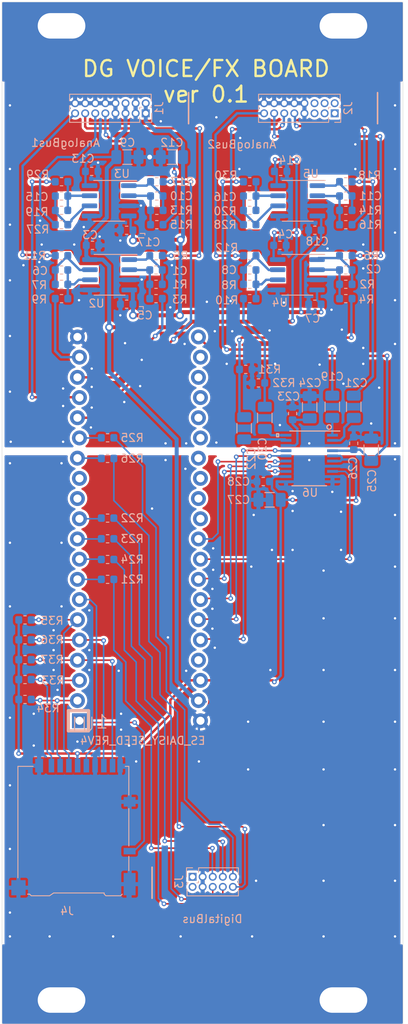
<source format=kicad_pcb>
(kicad_pcb (version 20171130) (host pcbnew "(5.1.4)-1")
  (layers (0 F.Cu signal) (31 B.Cu signal) (34 B.Paste user) (35 F.Paste user) (36 B.SilkS user) (37 F.SilkS user) (38 B.Mask user) (39 F.Mask user) (44 Edge.Cuts user))
  (net 0 "")
  (net 1 "Net-(C1-Pad2)")
  (net 2 "Net-(C1-Pad1)")
  (net 3 "Net-(C2-Pad2)")
  (net 4 "Net-(C2-Pad1)")
  (net 5 GNDA)
  (net 6 +12V)
  (net 7 -12V)
  (net 8 "Net-(C6-Pad1)")
  (net 9 "Net-(C6-Pad2)")
  (net 10 "Net-(C8-Pad2)")
  (net 11 "Net-(C8-Pad1)")
  (net 12 "Net-(C10-Pad1)")
  (net 13 "Net-(C10-Pad2)")
  (net 14 "Net-(C11-Pad2)")
  (net 15 "Net-(C11-Pad1)")
  (net 16 "Net-(C15-Pad1)")
  (net 17 "Net-(C15-Pad2)")
  (net 18 "Net-(C16-Pad2)")
  (net 19 "Net-(C16-Pad1)")
  (net 20 "Net-(C19-Pad2)")
  (net 21 /EX_AUDIO_IN_R)
  (net 22 "Net-(C20-Pad1)")
  (net 23 /EX_AUDIO_OUT_R)
  (net 24 /EX_AUDIO_IN_L)
  (net 25 "Net-(C21-Pad2)")
  (net 26 /EX_AUDIO_OUT_L)
  (net 27 "Net-(C22-Pad1)")
  (net 28 "Net-(C23-Pad1)")
  (net 29 +3.3VA)
  (net 30 GND)
  (net 31 +3V3)
  (net 32 /AnalogIn1)
  (net 33 /AnalogIn2)
  (net 34 /AnalogOut1)
  (net 35 /AnalogOut2)
  (net 36 /AnalogOut4)
  (net 37 /AnalogOut3)
  (net 38 /AnalogIn4)
  (net 39 /AnalogIn3)
  (net 40 "Net-(J2-Pad6)")
  (net 41 "Net-(J2-Pad5)")
  (net 42 "Net-(J2-Pad4)")
  (net 43 "Net-(J2-Pad3)")
  (net 44 "Net-(J2-Pad2)")
  (net 45 "Net-(J2-Pad1)")
  (net 46 "Net-(J3-Pad1)")
  (net 47 "Net-(J3-Pad2)")
  (net 48 "Net-(J3-Pad5)")
  (net 49 "Net-(J3-Pad6)")
  (net 50 "Net-(J3-Pad7)")
  (net 51 "Net-(J3-Pad8)")
  (net 52 "Net-(J3-Pad9)")
  (net 53 "Net-(J3-Pad10)")
  (net 54 /SD_D1)
  (net 55 /SD_D2)
  (net 56 /SD_D3)
  (net 57 /SD_CMD)
  (net 58 /SD_CLK)
  (net 59 /SD_D0)
  (net 60 /~SD_SW)
  (net 61 /DG_AUDIO_OUT_L)
  (net 62 /DG_AUDIO_OUT_R)
  (net 63 /DG_AUDIO_IN_L)
  (net 64 /~SPI_CS)
  (net 65 /SPI_MOSI)
  (net 66 /SPI_MISO)
  (net 67 /SPI_SCK)
  (net 68 /USART_RX)
  (net 69 /USART_TX)
  (net 70 /DG_AUDIO_IN_R)
  (net 71 "Net-(U1-Pad12)")
  (net 72 "Net-(U1-Pad13)")
  (net 73 "Net-(U1-Pad22)")
  (net 74 "Net-(U1-Pad23)")
  (net 75 "Net-(U1-Pad24)")
  (net 76 "Net-(U1-Pad25)")
  (net 77 "Net-(U1-Pad26)")
  (net 78 "Net-(U1-Pad27)")
  (net 79 "Net-(U1-Pad28)")
  (net 80 "Net-(U1-Pad29)")
  (net 81 "Net-(U1-Pad30)")
  (net 82 /SAI2_MCLK_B)
  (net 83 /SAI2_SD_B)
  (net 84 /SAI2_SD_A)
  (net 85 /SAI2_FS_B)
  (net 86 /SAI2_SCK_B)
  (net 87 /AK4556_RST)
  (net 88 "Net-(U1-Pad37)")
  (module custom:AK4556VT (layer B.Cu) (at 88.7 107.4 180)
    (fp_text reference U6 (at -0.1 -4.3 180) (layer B.SilkS) (effects (justify mirror)))
    (fp_text value AK4556VT hide)
    (pad 20 smd rect (at 2.92735 2.924998 180) (size 1.3589 0.3556) (layers B.Cu B.Paste B.Mask) (net 22 "Net-(C20-Pad1)"))
    (pad 19 smd rect (at 2.92735 2.274999 180) (size 1.3589 0.3556) (layers B.Cu B.Paste B.Mask) (net 27 "Net-(C22-Pad1)"))
    (pad 18 smd rect (at 2.92735 1.624998 180) (size 1.3589 0.3556) (layers B.Cu B.Paste B.Mask) (net 28 "Net-(C23-Pad1)"))
    (pad 17 smd rect (at 2.92735 0.974999 180) (size 1.3589 0.3556) (layers B.Cu B.Paste B.Mask) (net 87 /AK4556_RST))
    (pad 16 smd rect (at 2.92735 0.324998 180) (size 1.3589 0.3556) (layers B.Cu B.Paste B.Mask) (net 86 /SAI2_SCK_B))
    (pad 15 smd rect (at 2.92735 -0.325001 180) (size 1.3589 0.3556) (layers B.Cu B.Paste B.Mask) (net 82 /SAI2_MCLK_B))
    (pad 14 smd rect (at 2.92735 -0.975002 180) (size 1.3589 0.3556) (layers B.Cu B.Paste B.Mask) (net 85 /SAI2_FS_B))
    (pad 13 smd rect (at 2.92735 -1.625001 180) (size 1.3589 0.3556) (layers B.Cu B.Paste B.Mask) (net 84 /SAI2_SD_A))
    (pad 12 smd rect (at 2.92735 -2.275002 180) (size 1.3589 0.3556) (layers B.Cu B.Paste B.Mask) (net 31 +3V3))
    (pad 11 smd rect (at 2.92735 -2.925 180) (size 1.3589 0.3556) (layers B.Cu B.Paste B.Mask) (net 30 GND))
    (pad 10 smd rect (at -2.92735 -2.924998 180) (size 1.3589 0.3556) (layers B.Cu B.Paste B.Mask) (net 30 GND))
    (pad 9 smd rect (at -2.92735 -2.274999 180) (size 1.3589 0.3556) (layers B.Cu B.Paste B.Mask) (net 30 GND))
    (pad 8 smd rect (at -2.92735 -1.624998 180) (size 1.3589 0.3556) (layers B.Cu B.Paste B.Mask) (net 83 /SAI2_SD_B))
    (pad 7 smd rect (at -2.92735 -0.974999 180) (size 1.3589 0.3556) (layers B.Cu B.Paste B.Mask) (net 30 GND))
    (pad 6 smd rect (at -2.92735 -0.324998 180) (size 1.3589 0.3556) (layers B.Cu B.Paste B.Mask) (net 31 +3V3))
    (pad 5 smd rect (at -2.92735 0.325001 180) (size 1.3589 0.3556) (layers B.Cu B.Paste B.Mask) (net 31 +3V3))
    (pad 4 smd rect (at -2.92735 0.974999 180) (size 1.3589 0.3556) (layers B.Cu B.Paste B.Mask) (net 29 +3.3VA))
    (pad 3 smd rect (at -2.92735 1.625001 180) (size 1.3589 0.3556) (layers B.Cu B.Paste B.Mask) (net 5 GNDA))
    (pad 2 smd rect (at -2.92735 2.274999 180) (size 1.3589 0.3556) (layers B.Cu B.Paste B.Mask) (net 25 "Net-(C21-Pad2)"))
    (pad 1 smd rect (at -2.92735 2.925 180) (size 1.3589 0.3556) (layers B.Cu B.Paste B.Mask) (net 20 "Net-(C19-Pad2)"))
  )
  (module custom:RACK_HOLE_6x3.2 (layer F.Cu) (at 57.5 53)
    (fp_text reference "" hide)
    (fp_text value "" hide)
    (pad 1 thru_hole oval (at 0 0) (size 8 5.2) (drill oval 6 3.2) (layers *.Cu *.Mask) (net 5 GNDA))
  )
  (module custom:RACK_HOLE_6x3.2 (layer F.Cu) (at 93 175.5)
    (fp_text reference "" hide)
    (fp_text value "" hide)
    (pad 1 thru_hole oval (at 0 0) (size 8 5.2) (drill oval 6 3.2) (layers *.Cu *.Mask) (net 30 GND))
  )
  (module custom:RACK_HOLE_6x3.2 (layer F.Cu) (at 93 53)
    (fp_text reference "" hide)
    (fp_text value "" hide)
    (pad 1 thru_hole oval (at 0 0) (size 8 5.2) (drill oval 6 3.2) (layers *.Cu *.Mask) (net 5 GNDA))
  )
  (module custom:RACK_HOLE_6x3.2 (layer F.Cu) (at 57.5 175.5)
    (fp_text reference "" hide)
    (fp_text value "" hide)
    (pad 1 thru_hole oval (at 0 0) (size 8 5.2) (drill oval 6 3.2) (layers *.Cu *.Mask) (net 30 GND))
  )
  (module custom:microSD_HC_Hirose_DM3AT-SF-PEJM5_hand (layer B.Cu) (at 59 154 180)
    (fp_text reference J4 (at 0.8 -10.3 180) (layer B.SilkS) (effects (justify mirror)))
    (fp_text value Micro_SD_Card_Det_Hirose_DM3AT)
    (pad 11 smd rect (at 6.925 -7.375 180) (size 1.8 1.9) (layers B.Cu B.Paste B.Mask) (net 30 GND))
    (pad 11 smd rect (at -7.075 -6.925 180) (size 1.5 2.8) (layers B.Cu B.Paste B.Mask) (net 30 GND))
    (pad 10 smd rect (at -7.075 -2.775 180) (size 1.5 0.8) (layers B.Cu B.Paste B.Mask) (net 60 /~SD_SW))
    (pad 11 smd rect (at -7.075 3.425 180) (size 1.5 1.2) (layers B.Cu B.Paste B.Mask) (net 30 GND))
    (pad 11 smd rect (at 4.325 7.975 180) (size 1 1.7) (layers B.Cu B.Paste B.Mask) (net 30 GND))
    (pad 7 smd rect (at -3.825 7.975 180) (size 0.7 1.7) (layers B.Cu B.Paste B.Mask) (net 59 /SD_D0))
    (pad 6 smd rect (at -2.725 7.975 180) (size 0.7 1.7) (layers B.Cu B.Paste B.Mask) (net 30 GND))
    (pad 5 smd rect (at -1.625 7.975 180) (size 0.7 1.7) (layers B.Cu B.Paste B.Mask) (net 58 /SD_CLK))
    (pad 4 smd rect (at -0.525 7.975 180) (size 0.7 1.7) (layers B.Cu B.Paste B.Mask) (net 31 +3V3))
    (pad 3 smd rect (at 0.575 7.975 180) (size 0.7 1.7) (layers B.Cu B.Paste B.Mask) (net 57 /SD_CMD))
    (pad 2 smd rect (at 1.675 7.975 180) (size 0.7 1.7) (layers B.Cu B.Paste B.Mask) (net 56 /SD_D3))
    (pad 1 smd rect (at 2.775 7.975 180) (size 0.7 1.7) (layers B.Cu B.Paste B.Mask) (net 55 /SD_D2))
    (pad 8 smd rect (at -4.925 7.975 180) (size 0.7 1.7) (layers B.Cu B.Paste B.Mask) (net 54 /SD_D1))
    (pad 9 smd rect (at -5.875 7.975 180) (size 0.7 1.7) (layers B.Cu B.Paste B.Mask) (net 30 GND))
  )
  (module custom:10HP_MASK_BAR (layer F.Cu) (at 50 168.5)
    (fp_text reference REF** hide)
    (fp_text value 10HP_MASK_BAR hide)
  )
  (module custom:10HP_MASK_BAR (layer F.Cu) (at 50 50)
    (fp_text reference REF** hide)
    (fp_text value 10HP_MASK_BAR hide)
  )
  (module custom:ES_DAISY_SEED (layer B.Cu) (at 67.25 116.25)
    (fp_text reference U1 (at -9 25.575) (layer B.SilkS) (effects (font (size 1.6891 1.6891) (thickness 0.135128)) (justify right bottom mirror)))
    (fp_text value ES_DAISY_SEED_REV4 (at 8.45 26.05 180) (layer B.SilkS) (effects (justify left top mirror)))
    (fp_text user 1 (at -5.55 25.25) (layer B.SilkS) (effects (font (size 1.6891 1.6891) (thickness 0.14224)) (justify right bottom mirror)))
    (pad 1 thru_hole rect (at -7.493 24.13) (size 1.8796 1.8796) (drill 1.016) (layers *.Cu *.Mask) (net 60 /~SD_SW))
    (pad 2 thru_hole circle (at -7.747 21.59) (size 1.8796 1.8796) (drill 1.016) (layers *.Cu *.Mask) (net 56 /SD_D3))
    (pad 3 thru_hole circle (at -7.493 19.05) (size 1.8796 1.8796) (drill 1.016) (layers *.Cu *.Mask) (net 55 /SD_D2))
    (pad 4 thru_hole circle (at -7.747 16.51) (size 1.8796 1.8796) (drill 1.016) (layers *.Cu *.Mask) (net 54 /SD_D1))
    (pad 5 thru_hole circle (at -7.493 13.97) (size 1.8796 1.8796) (drill 1.016) (layers *.Cu *.Mask) (net 59 /SD_D0))
    (pad 6 thru_hole circle (at -7.747 11.43) (size 1.8796 1.8796) (drill 1.016) (layers *.Cu *.Mask) (net 57 /SD_CMD))
    (pad 7 thru_hole circle (at -7.493 8.89) (size 1.8796 1.8796) (drill 1.016) (layers *.Cu *.Mask) (net 58 /SD_CLK))
    (pad 8 thru_hole circle (at -7.747 6.35) (size 1.8796 1.8796) (drill 1.016) (layers *.Cu *.Mask) (net 64 /~SPI_CS))
    (pad 9 thru_hole circle (at -7.493 3.81) (size 1.8796 1.8796) (drill 1.016) (layers *.Cu *.Mask) (net 67 /SPI_SCK))
    (pad 10 thru_hole circle (at -7.747 1.27) (size 1.8796 1.8796) (drill 1.016) (layers *.Cu *.Mask) (net 66 /SPI_MISO))
    (pad 11 thru_hole circle (at -7.493 -1.27) (size 1.8796 1.8796) (drill 1.016) (layers *.Cu *.Mask) (net 65 /SPI_MOSI))
    (pad 12 thru_hole circle (at -7.747 -3.81) (size 1.8796 1.8796) (drill 1.016) (layers *.Cu *.Mask) (net 71 "Net-(U1-Pad12)"))
    (pad 13 thru_hole circle (at -7.493 -6.35) (size 1.8796 1.8796) (drill 1.016) (layers *.Cu *.Mask) (net 72 "Net-(U1-Pad13)"))
    (pad 14 thru_hole circle (at -7.747 -8.89) (size 1.8796 1.8796) (drill 1.016) (layers *.Cu *.Mask) (net 69 /USART_TX))
    (pad 15 thru_hole circle (at -7.493 -11.43) (size 1.8796 1.8796) (drill 1.016) (layers *.Cu *.Mask) (net 68 /USART_RX))
    (pad 16 thru_hole circle (at -7.747 -13.97) (size 1.8796 1.8796) (drill 1.016) (layers *.Cu *.Mask) (net 63 /DG_AUDIO_IN_L))
    (pad 17 thru_hole circle (at -7.493 -16.51) (size 1.8796 1.8796) (drill 1.016) (layers *.Cu *.Mask) (net 70 /DG_AUDIO_IN_R))
    (pad 18 thru_hole circle (at -7.747 -19.05) (size 1.8796 1.8796) (drill 1.016) (layers *.Cu *.Mask) (net 61 /DG_AUDIO_OUT_L))
    (pad 19 thru_hole circle (at -7.493 -21.59) (size 1.8796 1.8796) (drill 1.016) (layers *.Cu *.Mask) (net 62 /DG_AUDIO_OUT_R))
    (pad 20 thru_hole circle (at -7.747 -24.13) (size 1.8796 1.8796) (drill 1.016) (layers *.Cu *.Mask) (net 5 GNDA))
    (pad 21 thru_hole circle (at 7.493 -24.13 180) (size 1.8796 1.8796) (drill 1.016) (layers *.Cu *.Mask) (net 29 +3.3VA))
    (pad 22 thru_hole circle (at 7.747 -21.59 180) (size 1.8796 1.8796) (drill 1.016) (layers *.Cu *.Mask) (net 73 "Net-(U1-Pad22)"))
    (pad 23 thru_hole circle (at 7.493 -19.05 180) (size 1.8796 1.8796) (drill 1.016) (layers *.Cu *.Mask) (net 74 "Net-(U1-Pad23)"))
    (pad 24 thru_hole circle (at 7.747 -16.51 180) (size 1.8796 1.8796) (drill 1.016) (layers *.Cu *.Mask) (net 75 "Net-(U1-Pad24)"))
    (pad 25 thru_hole circle (at 7.493 -13.97 180) (size 1.8796 1.8796) (drill 1.016) (layers *.Cu *.Mask) (net 76 "Net-(U1-Pad25)"))
    (pad 26 thru_hole circle (at 7.747 -11.43 180) (size 1.8796 1.8796) (drill 1.016) (layers *.Cu *.Mask) (net 77 "Net-(U1-Pad26)"))
    (pad 27 thru_hole circle (at 7.493 -8.89 180) (size 1.8796 1.8796) (drill 1.016) (layers *.Cu *.Mask) (net 78 "Net-(U1-Pad27)"))
    (pad 28 thru_hole circle (at 7.747 -6.35 180) (size 1.8796 1.8796) (drill 1.016) (layers *.Cu *.Mask) (net 79 "Net-(U1-Pad28)"))
    (pad 29 thru_hole circle (at 7.493 -3.81 180) (size 1.8796 1.8796) (drill 1.016) (layers *.Cu *.Mask) (net 80 "Net-(U1-Pad29)"))
    (pad 30 thru_hole circle (at 7.747 -1.27 180) (size 1.8796 1.8796) (drill 1.016) (layers *.Cu *.Mask) (net 81 "Net-(U1-Pad30)"))
    (pad 31 thru_hole circle (at 7.493 1.27 180) (size 1.8796 1.8796) (drill 1.016) (layers *.Cu *.Mask) (net 82 /SAI2_MCLK_B))
    (pad 32 thru_hole circle (at 7.747 3.81 180) (size 1.8796 1.8796) (drill 1.016) (layers *.Cu *.Mask) (net 83 /SAI2_SD_B))
    (pad 33 thru_hole circle (at 7.493 6.35 180) (size 1.8796 1.8796) (drill 1.016) (layers *.Cu *.Mask) (net 84 /SAI2_SD_A))
    (pad 34 thru_hole circle (at 7.747 8.89 180) (size 1.8796 1.8796) (drill 1.016) (layers *.Cu *.Mask) (net 85 /SAI2_FS_B))
    (pad 35 thru_hole circle (at 7.493 11.43 180) (size 1.8796 1.8796) (drill 1.016) (layers *.Cu *.Mask) (net 86 /SAI2_SCK_B))
    (pad 36 thru_hole circle (at 7.747 13.97 180) (size 1.8796 1.8796) (drill 1.016) (layers *.Cu *.Mask) (net 87 /AK4556_RST))
    (pad 37 thru_hole circle (at 7.493 16.51 180) (size 1.8796 1.8796) (drill 1.016) (layers *.Cu *.Mask) (net 88 "Net-(U1-Pad37)"))
    (pad 38 thru_hole circle (at 7.747 19.05 180) (size 1.8796 1.8796) (drill 1.016) (layers *.Cu *.Mask) (net 31 +3V3))
    (pad 39 thru_hole circle (at 7.493 21.59 180) (size 1.8796 1.8796) (drill 1.016) (layers *.Cu *.Mask) (net 6 +12V))
    (pad 40 thru_hole circle (at 7.747 24.13 180) (size 1.8796 1.8796) (drill 1.016) (layers *.Cu *.Mask) (net 30 GND))
  )
  (module Capacitor_SMD:C_0603_1608Metric (layer B.Cu) (at 69.4 83.7 180)
    (fp_text reference C1 (at -3 -0.1) (layer B.SilkS) (effects (justify mirror)))
    (fp_text value 12p)
    (pad 2 smd roundrect (at 0.7875 0 180) (size 0.875 0.95) (layers B.Cu B.Paste B.Mask) (net 1 "Net-(C1-Pad2)"))
    (pad 1 smd roundrect (at -0.7875 0 180) (size 0.875 0.95) (layers B.Cu B.Paste B.Mask) (net 2 "Net-(C1-Pad1)"))
  )
  (module Capacitor_SMD:C_0603_1608Metric (layer B.Cu) (at 93.3 83.7 180)
    (fp_text reference C2 (at -3.5 0.1) (layer B.SilkS) (effects (justify mirror)))
    (fp_text value 12p)
    (pad 2 smd roundrect (at 0.7875 0 180) (size 0.875 0.95) (layers B.Cu B.Paste B.Mask) (net 3 "Net-(C2-Pad2)"))
    (pad 1 smd roundrect (at -0.7875 0 180) (size 0.875 0.95) (layers B.Cu B.Paste B.Mask) (net 4 "Net-(C2-Pad1)"))
  )
  (module Capacitor_SMD:C_0603_1608Metric (layer B.Cu) (at 61.4 80.6)
    (fp_text reference C3 (at -0.3 -1.3) (layer B.SilkS) (effects (justify mirror)))
    (fp_text value 100n)
    (pad 2 smd roundrect (at 0.7875 0) (size 0.875 0.95) (layers B.Cu B.Paste B.Mask) (net 5 GNDA))
    (pad 1 smd roundrect (at -0.7875 0) (size 0.875 0.95) (layers B.Cu B.Paste B.Mask) (net 6 +12V))
  )
  (module Capacitor_SMD:C_0603_1608Metric (layer B.Cu) (at 85 80.6)
    (fp_text reference C4 (at 0.7 -1.4) (layer B.SilkS) (effects (justify mirror)))
    (fp_text value 100n)
    (pad 1 smd roundrect (at -0.7875 0) (size 0.875 0.95) (layers B.Cu B.Paste B.Mask) (net 6 +12V))
    (pad 2 smd roundrect (at 0.7875 0) (size 0.875 0.95) (layers B.Cu B.Paste B.Mask) (net 5 GNDA))
  )
  (module Capacitor_SMD:C_0603_1608Metric (layer B.Cu) (at 65.7 88 180)
    (fp_text reference C5 (at -2.3 -1.4) (layer B.SilkS) (effects (justify mirror)))
    (fp_text value 100n)
    (pad 1 smd roundrect (at -0.7875 0 180) (size 0.875 0.95) (layers B.Cu B.Paste B.Mask) (net 7 -12V))
    (pad 2 smd roundrect (at 0.7875 0 180) (size 0.875 0.95) (layers B.Cu B.Paste B.Mask) (net 5 GNDA))
  )
  (module Capacitor_SMD:C_0603_1608Metric (layer B.Cu) (at 57.5 83.7)
    (fp_text reference C6 (at -2.7 0.1) (layer B.SilkS) (effects (justify mirror)))
    (fp_text value 12p)
    (pad 1 smd roundrect (at -0.7875 0) (size 0.875 0.95) (layers B.Cu B.Paste B.Mask) (net 8 "Net-(C6-Pad1)"))
    (pad 2 smd roundrect (at 0.7875 0) (size 0.875 0.95) (layers B.Cu B.Paste B.Mask) (net 9 "Net-(C6-Pad2)"))
  )
  (module Capacitor_SMD:C_0603_1608Metric (layer B.Cu) (at 89.4 88 180)
    (fp_text reference C7 (at 0.3 -1.8) (layer B.SilkS) (effects (justify mirror)))
    (fp_text value 100n)
    (pad 2 smd roundrect (at 0.7875 0 180) (size 0.875 0.95) (layers B.Cu B.Paste B.Mask) (net 5 GNDA))
    (pad 1 smd roundrect (at -0.7875 0 180) (size 0.875 0.95) (layers B.Cu B.Paste B.Mask) (net 7 -12V))
  )
  (module Capacitor_SMD:C_0603_1608Metric (layer B.Cu) (at 81.2 83.7)
    (fp_text reference C8 (at -2.6 0) (layer B.SilkS) (effects (justify mirror)))
    (fp_text value 12p)
    (pad 2 smd roundrect (at 0.7875 0) (size 0.875 0.95) (layers B.Cu B.Paste B.Mask) (net 10 "Net-(C8-Pad2)"))
    (pad 1 smd roundrect (at -0.7875 0) (size 0.875 0.95) (layers B.Cu B.Paste B.Mask) (net 11 "Net-(C8-Pad1)"))
  )
  (module Capacitor_SMD:C_1206_3216Metric (layer B.Cu) (at 65.8 69.5 180)
    (fp_text reference C9 (at 0 1.82) (layer B.SilkS) (effects (justify mirror)))
    (fp_text value 22u)
    (pad 2 smd roundrect (at 1.4 0 180) (size 1.25 1.75) (layers B.Cu B.Paste B.Mask) (roundrect_rratio 0.2) (net 6 +12V))
    (pad 1 smd roundrect (at -1.4 0 180) (size 1.25 1.75) (layers B.Cu B.Paste B.Mask) (roundrect_rratio 0.2) (net 5 GNDA))
  )
  (module Capacitor_SMD:C_0603_1608Metric (layer B.Cu) (at 69.5 74.4 180)
    (fp_text reference C10 (at -3.1 0) (layer B.SilkS) (effects (justify mirror)))
    (fp_text value 12p)
    (pad 1 smd roundrect (at -0.7875 0 180) (size 0.875 0.95) (layers B.Cu B.Paste B.Mask) (net 12 "Net-(C10-Pad1)"))
    (pad 2 smd roundrect (at 0.7875 0 180) (size 0.875 0.95) (layers B.Cu B.Paste B.Mask) (net 13 "Net-(C10-Pad2)"))
  )
  (module Capacitor_SMD:C_0603_1608Metric (layer B.Cu) (at 93.3 74.4 180)
    (fp_text reference C11 (at -3.1 0) (layer B.SilkS) (effects (justify mirror)))
    (fp_text value 12p)
    (pad 2 smd roundrect (at 0.7875 0 180) (size 0.875 0.95) (layers B.Cu B.Paste B.Mask) (net 14 "Net-(C11-Pad2)"))
    (pad 1 smd roundrect (at -0.7875 0 180) (size 0.875 0.95) (layers B.Cu B.Paste B.Mask) (net 15 "Net-(C11-Pad1)"))
  )
  (module Capacitor_SMD:C_1206_3216Metric (layer B.Cu) (at 71.4 69.5 180)
    (fp_text reference C12 (at 0 1.82) (layer B.SilkS) (effects (justify mirror)))
    (fp_text value 22u)
    (pad 2 smd roundrect (at 1.4 0 180) (size 1.25 1.75) (layers B.Cu B.Paste B.Mask) (roundrect_rratio 0.2) (net 5 GNDA))
    (pad 1 smd roundrect (at -1.4 0 180) (size 1.25 1.75) (layers B.Cu B.Paste B.Mask) (roundrect_rratio 0.2) (net 7 -12V))
  )
  (module Capacitor_SMD:C_0603_1608Metric (layer B.Cu) (at 61.3 71.3)
    (fp_text reference C13 (at -1.1 -1.6) (layer B.SilkS) (effects (justify mirror)))
    (fp_text value 100n)
    (pad 1 smd roundrect (at -0.7875 0) (size 0.875 0.95) (layers B.Cu B.Paste B.Mask) (net 6 +12V))
    (pad 2 smd roundrect (at 0.7875 0) (size 0.875 0.95) (layers B.Cu B.Paste B.Mask) (net 5 GNDA))
  )
  (module Capacitor_SMD:C_0603_1608Metric (layer B.Cu) (at 85.1 71.3)
    (fp_text reference C14 (at 1.2 -1.4) (layer B.SilkS) (effects (justify mirror)))
    (fp_text value 100n)
    (pad 2 smd roundrect (at 0.7875 0) (size 0.875 0.95) (layers B.Cu B.Paste B.Mask) (net 5 GNDA))
    (pad 1 smd roundrect (at -0.7875 0) (size 0.875 0.95) (layers B.Cu B.Paste B.Mask) (net 6 +12V))
  )
  (module Capacitor_SMD:C_0603_1608Metric (layer B.Cu) (at 57.5 74.4 180)
    (fp_text reference C15 (at 3.1 -0.1) (layer B.SilkS) (effects (justify mirror)))
    (fp_text value 12p)
    (pad 1 smd roundrect (at -0.7875 0 180) (size 0.875 0.95) (layers B.Cu B.Paste B.Mask) (net 16 "Net-(C15-Pad1)"))
    (pad 2 smd roundrect (at 0.7875 0 180) (size 0.875 0.95) (layers B.Cu B.Paste B.Mask) (net 17 "Net-(C15-Pad2)"))
  )
  (module Capacitor_SMD:C_0603_1608Metric (layer B.Cu) (at 81.2 74.4 180)
    (fp_text reference C16 (at 3.1 -0.1) (layer B.SilkS) (effects (justify mirror)))
    (fp_text value 12p)
    (pad 2 smd roundrect (at 0.7875 0 180) (size 0.875 0.95) (layers B.Cu B.Paste B.Mask) (net 18 "Net-(C16-Pad2)"))
    (pad 1 smd roundrect (at -0.7875 0 180) (size 0.875 0.95) (layers B.Cu B.Paste B.Mask) (net 19 "Net-(C16-Pad1)"))
  )
  (module Capacitor_SMD:C_0603_1608Metric (layer B.Cu) (at 65.7 78.7 180)
    (fp_text reference C17 (at -2.8 -1.5) (layer B.SilkS) (effects (justify mirror)))
    (fp_text value 100n)
    (pad 2 smd roundrect (at 0.7875 0 180) (size 0.875 0.95) (layers B.Cu B.Paste B.Mask) (net 5 GNDA))
    (pad 1 smd roundrect (at -0.7875 0 180) (size 0.875 0.95) (layers B.Cu B.Paste B.Mask) (net 7 -12V))
  )
  (module Capacitor_SMD:C_0603_1608Metric (layer B.Cu) (at 89.4 78.7 180)
    (fp_text reference C18 (at -0.3 -1.4) (layer B.SilkS) (effects (justify mirror)))
    (fp_text value 100n)
    (pad 1 smd roundrect (at -0.7875 0 180) (size 0.875 0.95) (layers B.Cu B.Paste B.Mask) (net 7 -12V))
    (pad 2 smd roundrect (at 0.7875 0 180) (size 0.875 0.95) (layers B.Cu B.Paste B.Mask) (net 5 GNDA))
  )
  (module Capacitor_SMD:C_1206_3216Metric (layer B.Cu) (at 91.6 100.9 270)
    (fp_text reference C19 (at -3.8 0 180) (layer B.SilkS) (effects (justify mirror)))
    (fp_text value 10u)
    (pad 2 smd roundrect (at 1.4 0 270) (size 1.25 1.75) (layers B.Cu B.Paste B.Mask) (roundrect_rratio 0.2) (net 20 "Net-(C19-Pad2)"))
    (pad 1 smd roundrect (at -1.4 0 270) (size 1.25 1.75) (layers B.Cu B.Paste B.Mask) (roundrect_rratio 0.2) (net 21 /EX_AUDIO_IN_R))
  )
  (module Capacitor_SMD:C_1206_3216Metric (layer B.Cu) (at 83.1 102.3 90)
    (fp_text reference C20 (at -3.9 -0.3 270) (layer B.SilkS) (effects (justify mirror)))
    (fp_text value 10u)
    (pad 1 smd roundrect (at -1.4 0 90) (size 1.25 1.75) (layers B.Cu B.Paste B.Mask) (roundrect_rratio 0.2) (net 22 "Net-(C20-Pad1)"))
    (pad 2 smd roundrect (at 1.4 0 90) (size 1.25 1.75) (layers B.Cu B.Paste B.Mask) (roundrect_rratio 0.2) (net 23 /EX_AUDIO_OUT_R))
  )
  (module Capacitor_SMD:C_1206_3216Metric (layer B.Cu) (at 94.3 100.9 270)
    (fp_text reference C21 (at -3 -0.3 180) (layer B.SilkS) (effects (justify mirror)))
    (fp_text value 10u)
    (pad 1 smd roundrect (at -1.4 0 270) (size 1.25 1.75) (layers B.Cu B.Paste B.Mask) (roundrect_rratio 0.2) (net 24 /EX_AUDIO_IN_L))
    (pad 2 smd roundrect (at 1.4 0 270) (size 1.25 1.75) (layers B.Cu B.Paste B.Mask) (roundrect_rratio 0.2) (net 25 "Net-(C21-Pad2)"))
  )
  (module Capacitor_SMD:C_1206_3216Metric (layer B.Cu) (at 80.5 103.6 90)
    (fp_text reference C22 (at -3.8 0.9 90) (layer B.SilkS) (effects (justify mirror)))
    (fp_text value 10u)
    (pad 2 smd roundrect (at 1.4 0 90) (size 1.25 1.75) (layers B.Cu B.Paste B.Mask) (roundrect_rratio 0.2) (net 26 /EX_AUDIO_OUT_L))
    (pad 1 smd roundrect (at -1.4 0 90) (size 1.25 1.75) (layers B.Cu B.Paste B.Mask) (roundrect_rratio 0.2) (net 27 "Net-(C22-Pad1)"))
  )
  (module Capacitor_SMD:C_0603_1608Metric (layer B.Cu) (at 86.6 101.75 90)
    (fp_text reference C23 (at 2.15 -0.5 180) (layer B.SilkS) (effects (justify mirror)))
    (fp_text value 100n)
    (pad 1 smd roundrect (at -0.7875 0 90) (size 0.875 0.95) (layers B.Cu B.Paste B.Mask) (net 28 "Net-(C23-Pad1)"))
    (pad 2 smd roundrect (at 0.7875 0 90) (size 0.875 0.95) (layers B.Cu B.Paste B.Mask) (net 5 GNDA))
  )
  (module Capacitor_SMD:C_1206_3216Metric (layer B.Cu) (at 88.75 100.95 270)
    (fp_text reference C24 (at -3.05 -0.05 180) (layer B.SilkS) (effects (justify mirror)))
    (fp_text value 2.2u)
    (pad 1 smd roundrect (at -1.4 0 270) (size 1.25 1.75) (layers B.Cu B.Paste B.Mask) (roundrect_rratio 0.2) (net 5 GNDA))
    (pad 2 smd roundrect (at 1.4 0 270) (size 1.25 1.75) (layers B.Cu B.Paste B.Mask) (roundrect_rratio 0.2) (net 28 "Net-(C23-Pad1)"))
  )
  (module Capacitor_SMD:C_1206_3216Metric (layer B.Cu) (at 96.5 106.3 270)
    (fp_text reference C25 (at 3.9 -0.1 90) (layer B.SilkS) (effects (justify mirror)))
    (fp_text value 10u)
    (pad 1 smd roundrect (at -1.4 0 270) (size 1.25 1.75) (layers B.Cu B.Paste B.Mask) (roundrect_rratio 0.2) (net 5 GNDA))
    (pad 2 smd roundrect (at 1.4 0 270) (size 1.25 1.75) (layers B.Cu B.Paste B.Mask) (roundrect_rratio 0.2) (net 29 +3.3VA))
  )
  (module Capacitor_SMD:C_0603_1608Metric (layer B.Cu) (at 94.3 105.5 90)
    (fp_text reference C26 (at -3.1 -0.1 270) (layer B.SilkS) (effects (justify mirror)))
    (fp_text value 100n)
    (pad 1 smd roundrect (at -0.7875 0 90) (size 0.875 0.95) (layers B.Cu B.Paste B.Mask) (net 29 +3.3VA))
    (pad 2 smd roundrect (at 0.7875 0 90) (size 0.875 0.95) (layers B.Cu B.Paste B.Mask) (net 5 GNDA))
  )
  (module Capacitor_SMD:C_1206_3216Metric (layer B.Cu) (at 83.7 112.6)
    (fp_text reference C27 (at -3.9 0) (layer B.SilkS) (effects (justify mirror)))
    (fp_text value 10u)
    (pad 1 smd roundrect (at -1.4 0) (size 1.25 1.75) (layers B.Cu B.Paste B.Mask) (roundrect_rratio 0.2) (net 30 GND))
    (pad 2 smd roundrect (at 1.4 0) (size 1.25 1.75) (layers B.Cu B.Paste B.Mask) (roundrect_rratio 0.2) (net 31 +3V3))
  )
  (module Capacitor_SMD:C_0603_1608Metric (layer B.Cu) (at 82.9 110.3 180)
    (fp_text reference C28 (at 3.1 0) (layer B.SilkS) (effects (justify mirror)))
    (fp_text value 100n)
    (pad 1 smd roundrect (at -0.7875 0 180) (size 0.875 0.95) (layers B.Cu B.Paste B.Mask) (net 31 +3V3))
    (pad 2 smd roundrect (at 0.7875 0 180) (size 0.875 0.95) (layers B.Cu B.Paste B.Mask) (net 30 GND))
  )
  (module Connector_PinHeader_1.27mm:PinHeader_2x08_P1.27mm_Vertical (layer B.Cu) (at 68.1 64 90)
    (fp_text reference J1 (at 0.635 1.695 90) (layer B.SilkS) (effects (justify mirror)))
    (fp_text value AnalogBus)
    (pad 1 thru_hole rect (at 0 0 90) (size 1 1) (drill 0.65) (layers *.Cu *.Mask) (net 7 -12V))
    (pad 2 thru_hole oval (at 1.27 0 90) (size 1 1) (drill 0.65) (layers *.Cu *.Mask) (net 7 -12V))
    (pad 3 thru_hole oval (at 0 -1.27 90) (size 1 1) (drill 0.65) (layers *.Cu *.Mask) (net 5 GNDA))
    (pad 4 thru_hole oval (at 1.27 -1.27 90) (size 1 1) (drill 0.65) (layers *.Cu *.Mask) (net 5 GNDA))
    (pad 5 thru_hole oval (at 0 -2.54 90) (size 1 1) (drill 0.65) (layers *.Cu *.Mask) (net 6 +12V))
    (pad 6 thru_hole oval (at 1.27 -2.54 90) (size 1 1) (drill 0.65) (layers *.Cu *.Mask) (net 6 +12V))
    (pad 7 thru_hole oval (at 0 -3.81 90) (size 1 1) (drill 0.65) (layers *.Cu *.Mask) (net 5 GNDA))
    (pad 8 thru_hole oval (at 1.27 -3.81 90) (size 1 1) (drill 0.65) (layers *.Cu *.Mask) (net 5 GNDA))
    (pad 9 thru_hole oval (at 0 -5.08 90) (size 1 1) (drill 0.65) (layers *.Cu *.Mask) (net 32 /AnalogIn1))
    (pad 10 thru_hole oval (at 1.27 -5.08 90) (size 1 1) (drill 0.65) (layers *.Cu *.Mask) (net 5 GNDA))
    (pad 11 thru_hole oval (at 0 -6.35 90) (size 1 1) (drill 0.65) (layers *.Cu *.Mask) (net 33 /AnalogIn2))
    (pad 12 thru_hole oval (at 1.27 -6.35 90) (size 1 1) (drill 0.65) (layers *.Cu *.Mask) (net 5 GNDA))
    (pad 13 thru_hole oval (at 0 -7.62 90) (size 1 1) (drill 0.65) (layers *.Cu *.Mask) (net 34 /AnalogOut1))
    (pad 14 thru_hole oval (at 1.27 -7.62 90) (size 1 1) (drill 0.65) (layers *.Cu *.Mask) (net 5 GNDA))
    (pad 15 thru_hole oval (at 0 -8.89 90) (size 1 1) (drill 0.65) (layers *.Cu *.Mask) (net 35 /AnalogOut2))
    (pad 16 thru_hole oval (at 1.27 -8.89 90) (size 1 1) (drill 0.65) (layers *.Cu *.Mask) (net 5 GNDA))
  )
  (module Connector_PinHeader_1.27mm:PinHeader_2x08_P1.27mm_Vertical (layer B.Cu) (at 91.9 64 90)
    (fp_text reference J2 (at 0.635 1.695 90) (layer B.SilkS) (effects (justify mirror)))
    (fp_text value AnalogBusEx)
    (pad 16 thru_hole oval (at 1.27 -8.89 90) (size 1 1) (drill 0.65) (layers *.Cu *.Mask) (net 5 GNDA))
    (pad 15 thru_hole oval (at 0 -8.89 90) (size 1 1) (drill 0.65) (layers *.Cu *.Mask) (net 36 /AnalogOut4))
    (pad 14 thru_hole oval (at 1.27 -7.62 90) (size 1 1) (drill 0.65) (layers *.Cu *.Mask) (net 5 GNDA))
    (pad 13 thru_hole oval (at 0 -7.62 90) (size 1 1) (drill 0.65) (layers *.Cu *.Mask) (net 37 /AnalogOut3))
    (pad 12 thru_hole oval (at 1.27 -6.35 90) (size 1 1) (drill 0.65) (layers *.Cu *.Mask) (net 5 GNDA))
    (pad 11 thru_hole oval (at 0 -6.35 90) (size 1 1) (drill 0.65) (layers *.Cu *.Mask) (net 38 /AnalogIn4))
    (pad 10 thru_hole oval (at 1.27 -5.08 90) (size 1 1) (drill 0.65) (layers *.Cu *.Mask) (net 5 GNDA))
    (pad 9 thru_hole oval (at 0 -5.08 90) (size 1 1) (drill 0.65) (layers *.Cu *.Mask) (net 39 /AnalogIn3))
    (pad 8 thru_hole oval (at 1.27 -3.81 90) (size 1 1) (drill 0.65) (layers *.Cu *.Mask) (net 5 GNDA))
    (pad 7 thru_hole oval (at 0 -3.81 90) (size 1 1) (drill 0.65) (layers *.Cu *.Mask) (net 5 GNDA))
    (pad 6 thru_hole oval (at 1.27 -2.54 90) (size 1 1) (drill 0.65) (layers *.Cu *.Mask) (net 40 "Net-(J2-Pad6)"))
    (pad 5 thru_hole oval (at 0 -2.54 90) (size 1 1) (drill 0.65) (layers *.Cu *.Mask) (net 41 "Net-(J2-Pad5)"))
    (pad 4 thru_hole oval (at 1.27 -1.27 90) (size 1 1) (drill 0.65) (layers *.Cu *.Mask) (net 42 "Net-(J2-Pad4)"))
    (pad 3 thru_hole oval (at 0 -1.27 90) (size 1 1) (drill 0.65) (layers *.Cu *.Mask) (net 43 "Net-(J2-Pad3)"))
    (pad 2 thru_hole oval (at 1.27 0 90) (size 1 1) (drill 0.65) (layers *.Cu *.Mask) (net 44 "Net-(J2-Pad2)"))
    (pad 1 thru_hole rect (at 0 0 90) (size 1 1) (drill 0.65) (layers *.Cu *.Mask) (net 45 "Net-(J2-Pad1)"))
  )
  (module Connector_PinHeader_1.27mm:PinHeader_2x05_P1.27mm_Vertical (layer B.Cu) (at 74 160 270)
    (fp_text reference J3 (at 0.635 1.695 90) (layer B.SilkS) (effects (justify mirror)))
    (fp_text value DigitalBus)
    (pad 1 thru_hole rect (at 0 0 270) (size 1 1) (drill 0.65) (layers *.Cu *.Mask) (net 46 "Net-(J3-Pad1)"))
    (pad 2 thru_hole oval (at 1.27 0 270) (size 1 1) (drill 0.65) (layers *.Cu *.Mask) (net 47 "Net-(J3-Pad2)"))
    (pad 3 thru_hole oval (at 0 -1.27 270) (size 1 1) (drill 0.65) (layers *.Cu *.Mask) (net 30 GND))
    (pad 4 thru_hole oval (at 1.27 -1.27 270) (size 1 1) (drill 0.65) (layers *.Cu *.Mask) (net 30 GND))
    (pad 5 thru_hole oval (at 0 -2.54 270) (size 1 1) (drill 0.65) (layers *.Cu *.Mask) (net 48 "Net-(J3-Pad5)"))
    (pad 6 thru_hole oval (at 1.27 -2.54 270) (size 1 1) (drill 0.65) (layers *.Cu *.Mask) (net 49 "Net-(J3-Pad6)"))
    (pad 7 thru_hole oval (at 0 -3.81 270) (size 1 1) (drill 0.65) (layers *.Cu *.Mask) (net 50 "Net-(J3-Pad7)"))
    (pad 8 thru_hole oval (at 1.27 -3.81 270) (size 1 1) (drill 0.65) (layers *.Cu *.Mask) (net 51 "Net-(J3-Pad8)"))
    (pad 9 thru_hole oval (at 0 -5.08 270) (size 1 1) (drill 0.65) (layers *.Cu *.Mask) (net 52 "Net-(J3-Pad9)"))
    (pad 10 thru_hole oval (at 1.27 -5.08 270) (size 1 1) (drill 0.65) (layers *.Cu *.Mask) (net 53 "Net-(J3-Pad10)"))
  )
  (module Resistor_SMD:R_0603_1608Metric (layer B.Cu) (at 69.4 85.5 180)
    (fp_text reference R1 (at -3 0) (layer B.SilkS) (effects (justify mirror)))
    (fp_text value 100k)
    (pad 1 smd roundrect (at -0.7875 0 180) (size 0.875 0.95) (layers B.Cu B.Paste B.Mask) (net 2 "Net-(C1-Pad1)"))
    (pad 2 smd roundrect (at 0.7875 0 180) (size 0.875 0.95) (layers B.Cu B.Paste B.Mask) (net 1 "Net-(C1-Pad2)"))
  )
  (module Resistor_SMD:R_0603_1608Metric (layer B.Cu) (at 93.3 85.5 180)
    (fp_text reference R2 (at -2.7 0) (layer B.SilkS) (effects (justify mirror)))
    (fp_text value 100k)
    (pad 2 smd roundrect (at 0.7875 0 180) (size 0.875 0.95) (layers B.Cu B.Paste B.Mask) (net 3 "Net-(C2-Pad2)"))
    (pad 1 smd roundrect (at -0.7875 0 180) (size 0.875 0.95) (layers B.Cu B.Paste B.Mask) (net 4 "Net-(C2-Pad1)"))
  )
  (module Resistor_SMD:R_0603_1608Metric (layer B.Cu) (at 69.4 87.3)
    (fp_text reference R3 (at 3 0.1) (layer B.SilkS) (effects (justify mirror)))
    (fp_text value 10k)
    (pad 2 smd roundrect (at 0.7875 0) (size 0.875 0.95) (layers B.Cu B.Paste B.Mask) (net 61 /DG_AUDIO_OUT_L))
    (pad 1 smd roundrect (at -0.7875 0) (size 0.875 0.95) (layers B.Cu B.Paste B.Mask) (net 1 "Net-(C1-Pad2)"))
  )
  (module Resistor_SMD:R_0603_1608Metric (layer B.Cu) (at 93.3 87.3)
    (fp_text reference R4 (at 2.6 0.1) (layer B.SilkS) (effects (justify mirror)))
    (fp_text value 10k)
    (pad 1 smd roundrect (at -0.7875 0) (size 0.875 0.95) (layers B.Cu B.Paste B.Mask) (net 3 "Net-(C2-Pad2)"))
    (pad 2 smd roundrect (at 0.7875 0) (size 0.875 0.95) (layers B.Cu B.Paste B.Mask) (net 26 /EX_AUDIO_OUT_L))
  )
  (module Resistor_SMD:R_0603_1608Metric (layer B.Cu) (at 69.4 81.9 180)
    (fp_text reference R5 (at -3.1 0) (layer B.SilkS) (effects (justify mirror)))
    (fp_text value 470)
    (pad 1 smd roundrect (at -0.7875 0 180) (size 0.875 0.95) (layers B.Cu B.Paste B.Mask) (net 34 /AnalogOut1))
    (pad 2 smd roundrect (at 0.7875 0 180) (size 0.875 0.95) (layers B.Cu B.Paste B.Mask) (net 2 "Net-(C1-Pad1)"))
  )
  (module Resistor_SMD:R_0603_1608Metric (layer B.Cu) (at 93.3 81.9 180)
    (fp_text reference R6 (at -3.2 0) (layer B.SilkS) (effects (justify mirror)))
    (fp_text value 470)
    (pad 1 smd roundrect (at -0.7875 0 180) (size 0.875 0.95) (layers B.Cu B.Paste B.Mask) (net 37 /AnalogOut3))
    (pad 2 smd roundrect (at 0.7875 0 180) (size 0.875 0.95) (layers B.Cu B.Paste B.Mask) (net 4 "Net-(C2-Pad1)"))
  )
  (module Resistor_SMD:R_0603_1608Metric (layer B.Cu) (at 57.5 85.5)
    (fp_text reference R7 (at -2.8 0.1) (layer B.SilkS) (effects (justify mirror)))
    (fp_text value 100k)
    (pad 2 smd roundrect (at 0.7875 0) (size 0.875 0.95) (layers B.Cu B.Paste B.Mask) (net 9 "Net-(C6-Pad2)"))
    (pad 1 smd roundrect (at -0.7875 0) (size 0.875 0.95) (layers B.Cu B.Paste B.Mask) (net 8 "Net-(C6-Pad1)"))
  )
  (module Resistor_SMD:R_0603_1608Metric (layer B.Cu) (at 81.2 85.5)
    (fp_text reference R8 (at -2.6 0.1) (layer B.SilkS) (effects (justify mirror)))
    (fp_text value 100k)
    (pad 1 smd roundrect (at -0.7875 0) (size 0.875 0.95) (layers B.Cu B.Paste B.Mask) (net 11 "Net-(C8-Pad1)"))
    (pad 2 smd roundrect (at 0.7875 0) (size 0.875 0.95) (layers B.Cu B.Paste B.Mask) (net 10 "Net-(C8-Pad2)"))
  )
  (module Resistor_SMD:R_0603_1608Metric (layer B.Cu) (at 57.5 87.3 180)
    (fp_text reference R9 (at 2.8 -0.1) (layer B.SilkS) (effects (justify mirror)))
    (fp_text value 10k)
    (pad 1 smd roundrect (at -0.7875 0 180) (size 0.875 0.95) (layers B.Cu B.Paste B.Mask) (net 9 "Net-(C6-Pad2)"))
    (pad 2 smd roundrect (at 0.7875 0 180) (size 0.875 0.95) (layers B.Cu B.Paste B.Mask) (net 62 /DG_AUDIO_OUT_R))
  )
  (module Resistor_SMD:R_0603_1608Metric (layer B.Cu) (at 81.2 87.3 180)
    (fp_text reference R10 (at 2.9 -0.2) (layer B.SilkS) (effects (justify mirror)))
    (fp_text value 10k)
    (pad 2 smd roundrect (at 0.7875 0 180) (size 0.875 0.95) (layers B.Cu B.Paste B.Mask) (net 23 /EX_AUDIO_OUT_R))
    (pad 1 smd roundrect (at -0.7875 0 180) (size 0.875 0.95) (layers B.Cu B.Paste B.Mask) (net 10 "Net-(C8-Pad2)"))
  )
  (module Resistor_SMD:R_0603_1608Metric (layer B.Cu) (at 57.5 81.9)
    (fp_text reference R11 (at -3.4 0) (layer B.SilkS) (effects (justify mirror)))
    (fp_text value 470)
    (pad 2 smd roundrect (at 0.7875 0) (size 0.875 0.95) (layers B.Cu B.Paste B.Mask) (net 8 "Net-(C6-Pad1)"))
    (pad 1 smd roundrect (at -0.7875 0) (size 0.875 0.95) (layers B.Cu B.Paste B.Mask) (net 35 /AnalogOut2))
  )
  (module Resistor_SMD:R_0603_1608Metric (layer B.Cu) (at 81.2 81.9)
    (fp_text reference R12 (at -2.9 -1) (layer B.SilkS) (effects (justify mirror)))
    (fp_text value 470)
    (pad 2 smd roundrect (at 0.7875 0) (size 0.875 0.95) (layers B.Cu B.Paste B.Mask) (net 11 "Net-(C8-Pad1)"))
    (pad 1 smd roundrect (at -0.7875 0) (size 0.875 0.95) (layers B.Cu B.Paste B.Mask) (net 36 /AnalogOut4))
  )
  (module Resistor_SMD:R_0603_1608Metric (layer B.Cu) (at 69.5 76.2 180)
    (fp_text reference R13 (at -3.1 0) (layer B.SilkS) (effects (justify mirror)))
    (fp_text value 10k)
    (pad 1 smd roundrect (at -0.7875 0 180) (size 0.875 0.95) (layers B.Cu B.Paste B.Mask) (net 12 "Net-(C10-Pad1)"))
    (pad 2 smd roundrect (at 0.7875 0 180) (size 0.875 0.95) (layers B.Cu B.Paste B.Mask) (net 13 "Net-(C10-Pad2)"))
  )
  (module Resistor_SMD:R_0603_1608Metric (layer B.Cu) (at 93.3 76.2 180)
    (fp_text reference R14 (at -3.1 0) (layer B.SilkS) (effects (justify mirror)))
    (fp_text value 10k)
    (pad 1 smd roundrect (at -0.7875 0 180) (size 0.875 0.95) (layers B.Cu B.Paste B.Mask) (net 15 "Net-(C11-Pad1)"))
    (pad 2 smd roundrect (at 0.7875 0 180) (size 0.875 0.95) (layers B.Cu B.Paste B.Mask) (net 14 "Net-(C11-Pad2)"))
  )
  (module Resistor_SMD:R_0603_1608Metric (layer B.Cu) (at 69.5 78)
    (fp_text reference R15 (at 3.1 0) (layer B.SilkS) (effects (justify mirror)))
    (fp_text value 100k)
    (pad 2 smd roundrect (at 0.7875 0) (size 0.875 0.95) (layers B.Cu B.Paste B.Mask) (net 32 /AnalogIn1))
    (pad 1 smd roundrect (at -0.7875 0) (size 0.875 0.95) (layers B.Cu B.Paste B.Mask) (net 13 "Net-(C10-Pad2)"))
  )
  (module Resistor_SMD:R_0603_1608Metric (layer B.Cu) (at 93.3 78)
    (fp_text reference R16 (at 3.1 0) (layer B.SilkS) (effects (justify mirror)))
    (fp_text value 100k)
    (pad 2 smd roundrect (at 0.7875 0) (size 0.875 0.95) (layers B.Cu B.Paste B.Mask) (net 39 /AnalogIn3))
    (pad 1 smd roundrect (at -0.7875 0) (size 0.875 0.95) (layers B.Cu B.Paste B.Mask) (net 14 "Net-(C11-Pad2)"))
  )
  (module Resistor_SMD:R_0603_1608Metric (layer B.Cu) (at 69.5 72.6 180)
    (fp_text reference R17 (at -3.2 0) (layer B.SilkS) (effects (justify mirror)))
    (fp_text value 470)
    (pad 1 smd roundrect (at -0.7875 0 180) (size 0.875 0.95) (layers B.Cu B.Paste B.Mask) (net 63 /DG_AUDIO_IN_L))
    (pad 2 smd roundrect (at 0.7875 0 180) (size 0.875 0.95) (layers B.Cu B.Paste B.Mask) (net 12 "Net-(C10-Pad1)"))
  )
  (module Resistor_SMD:R_0603_1608Metric (layer B.Cu) (at 93.3 72.6 180)
    (fp_text reference R18 (at -3 0.8) (layer B.SilkS) (effects (justify mirror)))
    (fp_text value 470)
    (pad 2 smd roundrect (at 0.7875 0 180) (size 0.875 0.95) (layers B.Cu B.Paste B.Mask) (net 15 "Net-(C11-Pad1)"))
    (pad 1 smd roundrect (at -0.7875 0 180) (size 0.875 0.95) (layers B.Cu B.Paste B.Mask) (net 24 /EX_AUDIO_IN_L))
  )
  (module Resistor_SMD:R_0603_1608Metric (layer B.Cu) (at 57.5 76.2 180)
    (fp_text reference R19 (at 3.1 -0.2) (layer B.SilkS) (effects (justify mirror)))
    (fp_text value 10k)
    (pad 1 smd roundrect (at -0.7875 0 180) (size 0.875 0.95) (layers B.Cu B.Paste B.Mask) (net 16 "Net-(C15-Pad1)"))
    (pad 2 smd roundrect (at 0.7875 0 180) (size 0.875 0.95) (layers B.Cu B.Paste B.Mask) (net 17 "Net-(C15-Pad2)"))
  )
  (module Resistor_SMD:R_0603_1608Metric (layer B.Cu) (at 81.2 76.2 180)
    (fp_text reference R20 (at 3.1 -0.1) (layer B.SilkS) (effects (justify mirror)))
    (fp_text value 10k)
    (pad 2 smd roundrect (at 0.7875 0 180) (size 0.875 0.95) (layers B.Cu B.Paste B.Mask) (net 18 "Net-(C16-Pad2)"))
    (pad 1 smd roundrect (at -0.7875 0 180) (size 0.875 0.95) (layers B.Cu B.Paste B.Mask) (net 19 "Net-(C16-Pad1)"))
  )
  (module Resistor_SMD:R_0603_1608Metric (layer B.Cu) (at 63.3 122.6 180)
    (fp_text reference R21 (at -3.1 0) (layer B.SilkS) (effects (justify mirror)))
    (fp_text value 47)
    (pad 2 smd roundrect (at 0.7875 0 180) (size 0.875 0.95) (layers B.Cu B.Paste B.Mask) (net 64 /~SPI_CS))
    (pad 1 smd roundrect (at -0.7875 0 180) (size 0.875 0.95) (layers B.Cu B.Paste B.Mask) (net 48 "Net-(J3-Pad5)"))
  )
  (module Resistor_SMD:R_0603_1608Metric (layer B.Cu) (at 63.3 114.9)
    (fp_text reference R22 (at 3.1 0) (layer B.SilkS) (effects (justify mirror)))
    (fp_text value 47)
    (pad 1 smd roundrect (at -0.7875 0) (size 0.875 0.95) (layers B.Cu B.Paste B.Mask) (net 65 /SPI_MOSI))
    (pad 2 smd roundrect (at 0.7875 0) (size 0.875 0.95) (layers B.Cu B.Paste B.Mask) (net 49 "Net-(J3-Pad6)"))
  )
  (module Resistor_SMD:R_0603_1608Metric (layer B.Cu) (at 63.3 117.5 180)
    (fp_text reference R23 (at -3.1 0) (layer B.SilkS) (effects (justify mirror)))
    (fp_text value 47)
    (pad 2 smd roundrect (at 0.7875 0 180) (size 0.875 0.95) (layers B.Cu B.Paste B.Mask) (net 66 /SPI_MISO))
    (pad 1 smd roundrect (at -0.7875 0 180) (size 0.875 0.95) (layers B.Cu B.Paste B.Mask) (net 50 "Net-(J3-Pad7)"))
  )
  (module Resistor_SMD:R_0603_1608Metric (layer B.Cu) (at 63.3 120.1)
    (fp_text reference R24 (at 3.1 0) (layer B.SilkS) (effects (justify mirror)))
    (fp_text value 47)
    (pad 1 smd roundrect (at -0.7875 0) (size 0.875 0.95) (layers B.Cu B.Paste B.Mask) (net 67 /SPI_SCK))
    (pad 2 smd roundrect (at 0.7875 0) (size 0.875 0.95) (layers B.Cu B.Paste B.Mask) (net 51 "Net-(J3-Pad8)"))
  )
  (module Resistor_SMD:R_0603_1608Metric (layer B.Cu) (at 63.3 104.8 180)
    (fp_text reference R25 (at -3.1 0) (layer B.SilkS) (effects (justify mirror)))
    (fp_text value 47)
    (pad 1 smd roundrect (at -0.7875 0 180) (size 0.875 0.95) (layers B.Cu B.Paste B.Mask) (net 52 "Net-(J3-Pad9)"))
    (pad 2 smd roundrect (at 0.7875 0 180) (size 0.875 0.95) (layers B.Cu B.Paste B.Mask) (net 68 /USART_RX))
  )
  (module Resistor_SMD:R_0603_1608Metric (layer B.Cu) (at 63.3 107.4)
    (fp_text reference R26 (at 3.1 0) (layer B.SilkS) (effects (justify mirror)))
    (fp_text value 47)
    (pad 2 smd roundrect (at 0.7875 0) (size 0.875 0.95) (layers B.Cu B.Paste B.Mask) (net 53 "Net-(J3-Pad10)"))
    (pad 1 smd roundrect (at -0.7875 0) (size 0.875 0.95) (layers B.Cu B.Paste B.Mask) (net 69 /USART_TX))
  )
  (module Resistor_SMD:R_0603_1608Metric (layer B.Cu) (at 57.5 78 180)
    (fp_text reference R27 (at 3 -0.6) (layer B.SilkS) (effects (justify mirror)))
    (fp_text value 100k)
    (pad 2 smd roundrect (at 0.7875 0 180) (size 0.875 0.95) (layers B.Cu B.Paste B.Mask) (net 33 /AnalogIn2))
    (pad 1 smd roundrect (at -0.7875 0 180) (size 0.875 0.95) (layers B.Cu B.Paste B.Mask) (net 17 "Net-(C15-Pad2)"))
  )
  (module Resistor_SMD:R_0603_1608Metric (layer B.Cu) (at 81.2 78 180)
    (fp_text reference R28 (at 3.1 0) (layer B.SilkS) (effects (justify mirror)))
    (fp_text value 100k)
    (pad 1 smd roundrect (at -0.7875 0 180) (size 0.875 0.95) (layers B.Cu B.Paste B.Mask) (net 18 "Net-(C16-Pad2)"))
    (pad 2 smd roundrect (at 0.7875 0 180) (size 0.875 0.95) (layers B.Cu B.Paste B.Mask) (net 38 /AnalogIn4))
  )
  (module Resistor_SMD:R_0603_1608Metric (layer B.Cu) (at 57.5 72.6)
    (fp_text reference R29 (at -3 -0.9) (layer B.SilkS) (effects (justify mirror)))
    (fp_text value 470)
    (pad 1 smd roundrect (at -0.7875 0) (size 0.875 0.95) (layers B.Cu B.Paste B.Mask) (net 70 /DG_AUDIO_IN_R))
    (pad 2 smd roundrect (at 0.7875 0) (size 0.875 0.95) (layers B.Cu B.Paste B.Mask) (net 16 "Net-(C15-Pad1)"))
  )
  (module Resistor_SMD:R_0603_1608Metric (layer B.Cu) (at 81.2 72.6)
    (fp_text reference R30 (at -3 -0.8) (layer B.SilkS) (effects (justify mirror)))
    (fp_text value 470)
    (pad 1 smd roundrect (at -0.7875 0) (size 0.875 0.95) (layers B.Cu B.Paste B.Mask) (net 21 /EX_AUDIO_IN_R))
    (pad 2 smd roundrect (at 0.7875 0) (size 0.875 0.95) (layers B.Cu B.Paste B.Mask) (net 19 "Net-(C16-Pad1)"))
  )
  (module Resistor_SMD:R_0603_1608Metric (layer B.Cu) (at 80.7 96.2 180)
    (fp_text reference R31 (at -3 0) (layer B.SilkS) (effects (justify mirror)))
    (fp_text value 47k)
    (pad 2 smd roundrect (at 0.7875 0 180) (size 0.875 0.95) (layers B.Cu B.Paste B.Mask) (net 26 /EX_AUDIO_OUT_L))
    (pad 1 smd roundrect (at -0.7875 0 180) (size 0.875 0.95) (layers B.Cu B.Paste B.Mask) (net 5 GNDA))
  )
  (module Resistor_SMD:R_0603_1608Metric (layer B.Cu) (at 82.3 97.9)
    (fp_text reference R32 (at 3.2 0) (layer B.SilkS) (effects (justify mirror)))
    (fp_text value 47k)
    (pad 1 smd roundrect (at -0.7875 0) (size 0.875 0.95) (layers B.Cu B.Paste B.Mask) (net 5 GNDA))
    (pad 2 smd roundrect (at 0.7875 0) (size 0.875 0.95) (layers B.Cu B.Paste B.Mask) (net 23 /EX_AUDIO_OUT_R))
  )
  (module Resistor_SMD:R_0603_1608Metric (layer B.Cu) (at 52.9 135.2 180)
    (fp_text reference R33 (at -3.5 -0.1) (layer B.SilkS) (effects (justify mirror)))
    (fp_text value 47k)
    (pad 2 smd roundrect (at 0.7875 0 180) (size 0.875 0.95) (layers B.Cu B.Paste B.Mask) (net 31 +3V3))
    (pad 1 smd roundrect (at -0.7875 0 180) (size 0.875 0.95) (layers B.Cu B.Paste B.Mask) (net 55 /SD_D2))
  )
  (module Resistor_SMD:R_0603_1608Metric (layer B.Cu) (at 52.9 137.7 180)
    (fp_text reference R34 (at -2.9 -1.1) (layer B.SilkS) (effects (justify mirror)))
    (fp_text value 47k)
    (pad 2 smd roundrect (at 0.7875 0 180) (size 0.875 0.95) (layers B.Cu B.Paste B.Mask) (net 31 +3V3))
    (pad 1 smd roundrect (at -0.7875 0 180) (size 0.875 0.95) (layers B.Cu B.Paste B.Mask) (net 56 /SD_D3))
  )
  (module Resistor_SMD:R_0603_1608Metric (layer B.Cu) (at 52.9 127.7 180)
    (fp_text reference R35 (at -3.4 -0.1) (layer B.SilkS) (effects (justify mirror)))
    (fp_text value 47k)
    (pad 1 smd roundrect (at -0.7875 0 180) (size 0.875 0.95) (layers B.Cu B.Paste B.Mask) (net 57 /SD_CMD))
    (pad 2 smd roundrect (at 0.7875 0 180) (size 0.875 0.95) (layers B.Cu B.Paste B.Mask) (net 31 +3V3))
  )
  (module Resistor_SMD:R_0603_1608Metric (layer B.Cu) (at 52.9 130.2 180)
    (fp_text reference R36 (at -3.4 0) (layer B.SilkS) (effects (justify mirror)))
    (fp_text value 47k)
    (pad 1 smd roundrect (at -0.7875 0 180) (size 0.875 0.95) (layers B.Cu B.Paste B.Mask) (net 59 /SD_D0))
    (pad 2 smd roundrect (at 0.7875 0 180) (size 0.875 0.95) (layers B.Cu B.Paste B.Mask) (net 31 +3V3))
  )
  (module Resistor_SMD:R_0603_1608Metric (layer B.Cu) (at 52.9 132.7 180)
    (fp_text reference R37 (at -3.4 0) (layer B.SilkS) (effects (justify mirror)))
    (fp_text value 47k)
    (pad 2 smd roundrect (at 0.7875 0 180) (size 0.875 0.95) (layers B.Cu B.Paste B.Mask) (net 31 +3V3))
    (pad 1 smd roundrect (at -0.7875 0 180) (size 0.875 0.95) (layers B.Cu B.Paste B.Mask) (net 54 /SD_D1))
  )
  (module Package_SO:SOIC-8_3.9x4.9mm_P1.27mm (layer B.Cu) (at 63.55 84.3 180)
    (fp_text reference U2 (at 1.65 -3.6) (layer B.SilkS) (effects (justify mirror)))
    (fp_text value OPA2134)
    (pad 8 smd roundrect (at 2.475 1.905 180) (size 1.95 0.6) (layers B.Cu B.Paste B.Mask) (net 6 +12V))
    (pad 7 smd roundrect (at 2.475 0.635 180) (size 1.95 0.6) (layers B.Cu B.Paste B.Mask) (net 8 "Net-(C6-Pad1)"))
    (pad 6 smd roundrect (at 2.475 -0.635 180) (size 1.95 0.6) (layers B.Cu B.Paste B.Mask) (net 9 "Net-(C6-Pad2)"))
    (pad 5 smd roundrect (at 2.475 -1.905 180) (size 1.95 0.6) (layers B.Cu B.Paste B.Mask) (net 5 GNDA))
    (pad 4 smd roundrect (at -2.475 -1.905 180) (size 1.95 0.6) (layers B.Cu B.Paste B.Mask) (net 7 -12V))
    (pad 3 smd roundrect (at -2.475 -0.635 180) (size 1.95 0.6) (layers B.Cu B.Paste B.Mask) (net 5 GNDA))
    (pad 2 smd roundrect (at -2.475 0.635 180) (size 1.95 0.6) (layers B.Cu B.Paste B.Mask) (net 1 "Net-(C1-Pad2)"))
    (pad 1 smd roundrect (at -2.475 1.905 180) (size 1.95 0.6) (layers B.Cu B.Paste B.Mask) (net 2 "Net-(C1-Pad1)"))
  )
  (module Package_SO:SOIC-8_3.9x4.9mm_P1.27mm (layer B.Cu) (at 63.5 75 180)
    (fp_text reference U3 (at -1.6 3.4) (layer B.SilkS) (effects (justify mirror)))
    (fp_text value OPA2134)
    (pad 1 smd roundrect (at -2.475 1.905 180) (size 1.95 0.6) (layers B.Cu B.Paste B.Mask) (net 12 "Net-(C10-Pad1)"))
    (pad 2 smd roundrect (at -2.475 0.635 180) (size 1.95 0.6) (layers B.Cu B.Paste B.Mask) (net 13 "Net-(C10-Pad2)"))
    (pad 3 smd roundrect (at -2.475 -0.635 180) (size 1.95 0.6) (layers B.Cu B.Paste B.Mask) (net 5 GNDA))
    (pad 4 smd roundrect (at -2.475 -1.905 180) (size 1.95 0.6) (layers B.Cu B.Paste B.Mask) (net 7 -12V))
    (pad 5 smd roundrect (at 2.475 -1.905 180) (size 1.95 0.6) (layers B.Cu B.Paste B.Mask) (net 5 GNDA))
    (pad 6 smd roundrect (at 2.475 -0.635 180) (size 1.95 0.6) (layers B.Cu B.Paste B.Mask) (net 17 "Net-(C15-Pad2)"))
    (pad 7 smd roundrect (at 2.475 0.635 180) (size 1.95 0.6) (layers B.Cu B.Paste B.Mask) (net 16 "Net-(C15-Pad1)"))
    (pad 8 smd roundrect (at 2.475 1.905 180) (size 1.95 0.6) (layers B.Cu B.Paste B.Mask) (net 6 +12V))
  )
  (module Package_SO:SOIC-8_3.9x4.9mm_P1.27mm (layer B.Cu) (at 87.2 84.3 180)
    (fp_text reference U4 (at 2.2 -3.5) (layer B.SilkS) (effects (justify mirror)))
    (fp_text value OPA2134)
    (pad 8 smd roundrect (at 2.475 1.905 180) (size 1.95 0.6) (layers B.Cu B.Paste B.Mask) (net 6 +12V))
    (pad 7 smd roundrect (at 2.475 0.635 180) (size 1.95 0.6) (layers B.Cu B.Paste B.Mask) (net 11 "Net-(C8-Pad1)"))
    (pad 6 smd roundrect (at 2.475 -0.635 180) (size 1.95 0.6) (layers B.Cu B.Paste B.Mask) (net 10 "Net-(C8-Pad2)"))
    (pad 5 smd roundrect (at 2.475 -1.905 180) (size 1.95 0.6) (layers B.Cu B.Paste B.Mask) (net 5 GNDA))
    (pad 4 smd roundrect (at -2.475 -1.905 180) (size 1.95 0.6) (layers B.Cu B.Paste B.Mask) (net 7 -12V))
    (pad 3 smd roundrect (at -2.475 -0.635 180) (size 1.95 0.6) (layers B.Cu B.Paste B.Mask) (net 5 GNDA))
    (pad 2 smd roundrect (at -2.475 0.635 180) (size 1.95 0.6) (layers B.Cu B.Paste B.Mask) (net 3 "Net-(C2-Pad2)"))
    (pad 1 smd roundrect (at -2.475 1.905 180) (size 1.95 0.6) (layers B.Cu B.Paste B.Mask) (net 4 "Net-(C2-Pad1)"))
  )
  (module Package_SO:SOIC-8_3.9x4.9mm_P1.27mm (layer B.Cu) (at 87.25 75 180)
    (fp_text reference U5 (at -1.65 3.4) (layer B.SilkS) (effects (justify mirror)))
    (fp_text value OPA2134)
    (pad 1 smd roundrect (at -2.475 1.905 180) (size 1.95 0.6) (layers B.Cu B.Paste B.Mask) (net 15 "Net-(C11-Pad1)"))
    (pad 2 smd roundrect (at -2.475 0.635 180) (size 1.95 0.6) (layers B.Cu B.Paste B.Mask) (net 14 "Net-(C11-Pad2)"))
    (pad 3 smd roundrect (at -2.475 -0.635 180) (size 1.95 0.6) (layers B.Cu B.Paste B.Mask) (net 5 GNDA))
    (pad 4 smd roundrect (at -2.475 -1.905 180) (size 1.95 0.6) (layers B.Cu B.Paste B.Mask) (net 7 -12V))
    (pad 5 smd roundrect (at 2.475 -1.905 180) (size 1.95 0.6) (layers B.Cu B.Paste B.Mask) (net 5 GNDA))
    (pad 6 smd roundrect (at 2.475 -0.635 180) (size 1.95 0.6) (layers B.Cu B.Paste B.Mask) (net 18 "Net-(C16-Pad2)"))
    (pad 7 smd roundrect (at 2.475 0.635 180) (size 1.95 0.6) (layers B.Cu B.Paste B.Mask) (net 19 "Net-(C16-Pad1)"))
    (pad 8 smd roundrect (at 2.475 1.905 180) (size 1.95 0.6) (layers B.Cu B.Paste B.Mask) (net 6 +12V))
  )
  (gr_line (start 67.8 88.3) (end 67.3 88.3) (layer B.SilkS) (width 0.12))
  (gr_line (start 67.8 88.6) (end 67.8 88.3) (layer B.SilkS) (width 0.12))
  (gr_line (start 68 79.1) (end 68 79.3) (layer B.SilkS) (width 0.12))
  (gr_line (start 67.4 79.1) (end 68 79.1) (layer B.SilkS) (width 0.12))
  (gr_text "DG VOICE/FX BOARD\nver 0.1" (at 75.7 60) (layer F.SilkS) (effects (font (size 2 2) (thickness 0.3))))
  (gr_text DigitalBus (at 76.5 165.3) (layer B.SilkS) (effects (font (size 1 1)) (justify mirror)))
  (gr_line (start 68.9 158.8) (end 68.9 162.7) (layer B.SilkS) (width 0.2))
  (gr_text AnalogBus2 (at 80.2 67.9) (layer B.SilkS) (effects (font (size 1 1)) (justify mirror)))
  (gr_text AnalogBus1 (at 58 67.7) (layer B.SilkS) (effects (font (size 1 1)) (justify mirror)))
  (gr_line (start 97.3 61.4) (end 97.3 65.3) (layer B.SilkS) (width 0.2))
  (gr_line (start 73.5 61.4) (end 73.5 65.3) (layer B.SilkS) (width 0.2))
  (gr_line (start 50 178.5) (end 50 50) (layer Edge.Cuts) (width 0.05))
  (gr_line (start 100.5 178.5) (end 50 178.5) (layer Edge.Cuts) (width 0.05))
  (gr_line (start 100.5 50) (end 100.5 178.5) (layer Edge.Cuts) (width 0.05))
  (gr_line (start 50 50) (end 100.5 50) (layer Edge.Cuts) (width 0.05))
  (segment (start 68.6125 83.7) (end 68.6125 85.5) (width 0.3) (layer B.Cu) (net 1))
  (segment (start 66.06 83.7) (end 66.025 83.665) (width 0.3) (layer B.Cu) (net 1))
  (segment (start 68.6125 83.7) (end 66.06 83.7) (width 0.3) (layer B.Cu) (net 1))
  (segment (start 68.6125 85.5) (end 68.6125 87.3) (width 0.3) (layer B.Cu) (net 1))
  (segment (start 68.1425 82.395) (end 66.025 82.395) (width 0.3) (layer B.Cu) (net 2))
  (segment (start 68.6125 81.9) (end 68.6125 81.925) (width 0.3) (layer B.Cu) (net 2))
  (segment (start 68.6125 81.925) (end 68.1425 82.395) (width 0.3) (layer B.Cu) (net 2))
  (segment (start 68.6125 82.125) (end 70.1875 83.7) (width 0.3) (layer B.Cu) (net 2))
  (segment (start 68.6125 81.9) (end 68.6125 82.125) (width 0.3) (layer B.Cu) (net 2))
  (segment (start 70.1875 83.7) (end 70.1875 85.5) (width 0.3) (layer B.Cu) (net 2))
  (segment (start 92.4775 83.665) (end 92.5125 83.7) (width 0.3) (layer B.Cu) (net 3))
  (segment (start 89.675 83.665) (end 92.4775 83.665) (width 0.3) (layer B.Cu) (net 3))
  (segment (start 92.5125 83.7) (end 92.5125 85.5) (width 0.3) (layer B.Cu) (net 3))
  (segment (start 92.5125 85.5) (end 92.5125 87.3) (width 0.3) (layer B.Cu) (net 3))
  (segment (start 92.5125 82.125) (end 94.0875 83.7) (width 0.3) (layer B.Cu) (net 4))
  (segment (start 92.5125 81.9) (end 92.5125 82.125) (width 0.3) (layer B.Cu) (net 4))
  (segment (start 92.2125 82.2) (end 92.5125 81.9) (width 0.3) (layer B.Cu) (net 4))
  (segment (start 89.675 82.395) (end 89.87 82.2) (width 0.3) (layer B.Cu) (net 4))
  (segment (start 89.87 82.2) (end 92.2125 82.2) (width 0.3) (layer B.Cu) (net 4))
  (segment (start 94.0875 85.5) (end 94.0875 83.7) (width 0.3) (layer B.Cu) (net 4))
  (segment (start 66.83 64) (end 66.83 62.73) (width 0.5) (layer B.Cu) (net 5))
  (segment (start 66.83 64) (end 66.83 66.93) (width 0.5) (layer B.Cu) (net 5))
  (segment (start 67.2 67.3) (end 67.2 69.5) (width 0.5) (layer B.Cu) (net 5))
  (segment (start 66.83 66.93) (end 67.2 67.3) (width 0.5) (layer B.Cu) (net 5))
  (via (at 68.6 69.5) (size 1) (drill 0.6) (layers F.Cu B.Cu) (net 5))
  (segment (start 67.2 69.5) (end 68.6 69.5) (width 0.5) (layer B.Cu) (net 5))
  (segment (start 70 69.5) (end 68.6 69.5) (width 0.5) (layer B.Cu) (net 5))
  (via (at 60.3 78.3) (size 0.6) (drill 0.3) (layers F.Cu B.Cu) (net 5))
  (segment (start 61.025 76.905) (end 61.025 77.575) (width 0.3) (layer B.Cu) (net 5))
  (segment (start 61.025 77.575) (end 60.3 78.3) (width 0.3) (layer B.Cu) (net 5))
  (via (at 62.3 79.5) (size 0.6) (drill 0.3) (layers F.Cu B.Cu) (net 5))
  (segment (start 60.3 78.3) (end 61.1 78.3) (width 0.3) (layer F.Cu) (net 5))
  (segment (start 61.1 78.3) (end 62.3 79.5) (width 0.3) (layer F.Cu) (net 5))
  (segment (start 62.3 80.4875) (end 62.1875 80.6) (width 0.3) (layer B.Cu) (net 5))
  (segment (start 62.3 79.5) (end 62.3 80.4875) (width 0.3) (layer B.Cu) (net 5))
  (via (at 62.1 70.2) (size 0.6) (drill 0.3) (layers F.Cu B.Cu) (net 5))
  (segment (start 62.0875 71.3) (end 62.0875 70.2125) (width 0.3) (layer B.Cu) (net 5))
  (segment (start 62.0875 70.2125) (end 62.1 70.2) (width 0.3) (layer B.Cu) (net 5))
  (via (at 67.5 75.6) (size 0.6) (drill 0.3) (layers F.Cu B.Cu) (net 5))
  (segment (start 65.975 75.635) (end 67.465 75.635) (width 0.3) (layer B.Cu) (net 5))
  (segment (start 67.465 75.635) (end 67.5 75.6) (width 0.3) (layer B.Cu) (net 5))
  (via (at 64.9 80) (size 0.6) (drill 0.3) (layers F.Cu B.Cu) (net 5))
  (segment (start 64.9125 78.7) (end 64.9125 79.9875) (width 0.3) (layer B.Cu) (net 5))
  (segment (start 64.9125 79.9875) (end 64.9 80) (width 0.3) (layer B.Cu) (net 5))
  (via (at 64.9 89.4) (size 0.6) (drill 0.3) (layers F.Cu B.Cu) (net 5))
  (segment (start 64.9125 88) (end 64.9125 89.3875) (width 0.3) (layer B.Cu) (net 5))
  (segment (start 64.9125 89.3875) (end 64.9 89.4) (width 0.3) (layer B.Cu) (net 5))
  (via (at 67.6 84.9) (size 0.6) (drill 0.3) (layers F.Cu B.Cu) (net 5))
  (segment (start 66.025 84.935) (end 67.565 84.935) (width 0.3) (layer B.Cu) (net 5))
  (segment (start 67.565 84.935) (end 67.6 84.9) (width 0.3) (layer B.Cu) (net 5))
  (segment (start 96.3125 104.7125) (end 96.5 104.9) (width 0.3) (layer B.Cu) (net 5))
  (segment (start 94.3 104.7125) (end 96.3125 104.7125) (width 0.3) (layer B.Cu) (net 5))
  (segment (start 92.6068 105.774999) (end 91.62735 105.774999) (width 0.3) (layer B.Cu) (net 5))
  (segment (start 93.125001 105.774999) (end 92.6068 105.774999) (width 0.3) (layer B.Cu) (net 5))
  (segment (start 94.3 104.7125) (end 94.1875 104.7125) (width 0.3) (layer B.Cu) (net 5))
  (segment (start 94.1875 104.7125) (end 93.125001 105.774999) (width 0.3) (layer B.Cu) (net 5))
  (segment (start 81.4875 97.875) (end 81.5125 97.9) (width 0.3) (layer B.Cu) (net 5))
  (segment (start 81.4875 96.2) (end 81.4875 97.875) (width 0.3) (layer B.Cu) (net 5))
  (segment (start 88.09 62.73) (end 88.09 64) (width 0.5) (layer B.Cu) (net 5))
  (segment (start 88.09 62.73) (end 86.82 62.73) (width 0.5) (layer F.Cu) (net 5))
  (segment (start 86.82 62.73) (end 85.55 62.73) (width 0.5) (layer F.Cu) (net 5))
  (segment (start 85.55 62.73) (end 84.28 62.73) (width 0.5) (layer F.Cu) (net 5))
  (segment (start 84.28 62.73) (end 83.01 62.73) (width 0.5) (layer F.Cu) (net 5))
  (via (at 61.3 98.4) (size 0.6) (drill 0.3) (layers F.Cu B.Cu) (net 5))
  (via (at 57.7 105.3) (size 0.6) (drill 0.3) (layers F.Cu B.Cu) (net 5))
  (via (at 51.1 105.3) (size 0.6) (drill 0.3) (layers F.Cu B.Cu) (net 5))
  (via (at 52.7 83.1) (size 0.6) (drill 0.3) (layers F.Cu B.Cu) (net 5))
  (via (at 51 99) (size 0.6) (drill 0.3) (layers F.Cu B.Cu) (net 5))
  (via (at 51 92) (size 0.6) (drill 0.3) (layers F.Cu B.Cu) (net 5))
  (via (at 51 85) (size 0.6) (drill 0.3) (layers F.Cu B.Cu) (net 5))
  (via (at 51 78) (size 0.6) (drill 0.3) (layers F.Cu B.Cu) (net 5))
  (via (at 51 71) (size 0.6) (drill 0.3) (layers F.Cu B.Cu) (net 5))
  (via (at 51 63) (size 0.6) (drill 0.3) (layers F.Cu B.Cu) (net 5))
  (via (at 70 65) (size 0.6) (drill 0.3) (layers F.Cu B.Cu) (net 5))
  (via (at 77 64.5) (size 0.6) (drill 0.3) (layers F.Cu B.Cu) (net 5))
  (via (at 99.5 63) (size 0.6) (drill 0.3) (layers F.Cu B.Cu) (net 5))
  (via (at 99.5 71) (size 0.6) (drill 0.3) (layers F.Cu B.Cu) (net 5))
  (via (at 99.5 79) (size 0.6) (drill 0.3) (layers F.Cu B.Cu) (net 5))
  (via (at 99.5 87.5) (size 0.6) (drill 0.3) (layers F.Cu B.Cu) (net 5))
  (via (at 99.5 93) (size 0.6) (drill 0.3) (layers F.Cu B.Cu) (net 5))
  (via (at 97.5 98.5) (size 0.6) (drill 0.3) (layers F.Cu B.Cu) (net 5))
  (via (at 96.5 103) (size 0.6) (drill 0.3) (layers F.Cu B.Cu) (net 5))
  (via (at 99.5 105.5) (size 0.6) (drill 0.3) (layers F.Cu B.Cu) (net 5))
  (via (at 93 98) (size 0.6) (drill 0.3) (layers F.Cu B.Cu) (net 5))
  (via (at 95.5 95.5) (size 0.6) (drill 0.3) (layers F.Cu B.Cu) (net 5))
  (via (at 95.5 93.5) (size 0.6) (drill 0.3) (layers F.Cu B.Cu) (net 5))
  (via (at 95.5 83.5) (size 0.6) (drill 0.3) (layers F.Cu B.Cu) (net 5))
  (via (at 95.5 80.5) (size 0.6) (drill 0.3) (layers F.Cu B.Cu) (net 5))
  (via (at 91 81) (size 0.6) (drill 0.3) (layers F.Cu B.Cu) (net 5))
  (via (at 94.5 71) (size 0.6) (drill 0.3) (layers F.Cu B.Cu) (net 5))
  (via (at 70.6 105.5) (size 0.6) (drill 0.3) (layers F.Cu B.Cu) (net 5))
  (via (at 65.4 100.3) (size 0.6) (drill 0.3) (layers F.Cu B.Cu) (net 5))
  (via (at 61.2 103.5) (size 0.6) (drill 0.3) (layers F.Cu B.Cu) (net 5))
  (via (at 61.3 101) (size 0.6) (drill 0.3) (layers F.Cu B.Cu) (net 5))
  (via (at 61.3 96.1) (size 0.6) (drill 0.3) (layers F.Cu B.Cu) (net 5))
  (via (at 57.7 98.6) (size 0.6) (drill 0.3) (layers F.Cu B.Cu) (net 5))
  (via (at 57.7 100.8) (size 0.6) (drill 0.3) (layers F.Cu B.Cu) (net 5))
  (via (at 54.7 82.7) (size 0.6) (drill 0.3) (layers F.Cu B.Cu) (net 5))
  (via (at 55 80.5) (size 0.6) (drill 0.3) (layers F.Cu B.Cu) (net 5))
  (via (at 54.8 77.5) (size 0.6) (drill 0.3) (layers F.Cu B.Cu) (net 5))
  (via (at 59.1 80.5) (size 0.6) (drill 0.3) (layers F.Cu B.Cu) (net 5))
  (via (at 59.7 87.5) (size 0.6) (drill 0.3) (layers F.Cu B.Cu) (net 5))
  (via (at 65.5 92.9) (size 0.6) (drill 0.3) (layers F.Cu B.Cu) (net 5))
  (via (at 75.8 87.7) (size 0.6) (drill 0.3) (layers F.Cu B.Cu) (net 5))
  (via (at 79 91.4) (size 0.6) (drill 0.3) (layers F.Cu B.Cu) (net 5))
  (via (at 76.8 91.4) (size 0.6) (drill 0.3) (layers F.Cu B.Cu) (net 5))
  (via (at 78.3 95.5) (size 0.6) (drill 0.3) (layers F.Cu B.Cu) (net 5))
  (via (at 77 105.4) (size 0.6) (drill 0.3) (layers F.Cu B.Cu) (net 5))
  (via (at 73.2 105.5) (size 0.6) (drill 0.3) (layers F.Cu B.Cu) (net 5))
  (via (at 67.4 98.3) (size 0.6) (drill 0.3) (layers F.Cu B.Cu) (net 5))
  (via (at 73 93) (size 0.6) (drill 0.3) (layers F.Cu B.Cu) (net 5))
  (via (at 67.6 95) (size 0.6) (drill 0.3) (layers F.Cu B.Cu) (net 5))
  (via (at 85 103.2) (size 0.6) (drill 0.3) (layers F.Cu B.Cu) (net 5))
  (via (at 88.7 105.5) (size 0.6) (drill 0.3) (layers F.Cu B.Cu) (net 5))
  (via (at 84.4 95.5) (size 0.6) (drill 0.3) (layers F.Cu B.Cu) (net 5))
  (via (at 90 95.6) (size 0.6) (drill 0.3) (layers F.Cu B.Cu) (net 5))
  (via (at 92.8 91.2) (size 0.6) (drill 0.3) (layers F.Cu B.Cu) (net 5))
  (via (at 91.5 88.7) (size 0.6) (drill 0.3) (layers F.Cu B.Cu) (net 5))
  (via (at 83.7 91.3) (size 0.6) (drill 0.3) (layers F.Cu B.Cu) (net 5))
  (via (at 85.5 87.8) (size 0.6) (drill 0.3) (layers F.Cu B.Cu) (net 5))
  (via (at 78.8 87.6) (size 0.6) (drill 0.3) (layers F.Cu B.Cu) (net 5))
  (via (at 79.9 71) (size 0.6) (drill 0.3) (layers F.Cu B.Cu) (net 5))
  (via (at 80 67.1) (size 0.6) (drill 0.3) (layers F.Cu B.Cu) (net 5))
  (via (at 94.5 67.9) (size 0.6) (drill 0.3) (layers F.Cu B.Cu) (net 5))
  (via (at 71.2 88.4) (size 0.6) (drill 0.3) (layers F.Cu B.Cu) (net 5))
  (via (at 71.4 83.1) (size 0.6) (drill 0.3) (layers F.Cu B.Cu) (net 5))
  (segment (start 75.5525 137.84) (end 75.7125 138) (width 0.2) (layer B.Cu) (net 6))
  (segment (start 60.6125 81.9325) (end 61.075 82.395) (width 0.5) (layer B.Cu) (net 6))
  (segment (start 60.6125 80.6) (end 60.6125 81.9325) (width 0.5) (layer B.Cu) (net 6))
  (segment (start 62.695 82.395) (end 63.5 83.2) (width 0.5) (layer B.Cu) (net 6))
  (segment (start 61.075 82.395) (end 62.695 82.395) (width 0.5) (layer B.Cu) (net 6))
  (segment (start 60.6125 79.6875) (end 60.6125 80.6) (width 0.5) (layer B.Cu) (net 6))
  (segment (start 63.2 77.1) (end 60.6125 79.6875) (width 0.5) (layer B.Cu) (net 6))
  (segment (start 63.2 70.9) (end 63.2 77.1) (width 0.5) (layer B.Cu) (net 6))
  (segment (start 64.4 69.5) (end 64.4 69.7) (width 0.5) (layer B.Cu) (net 6))
  (segment (start 64.4 69.7) (end 63.2 70.9) (width 0.5) (layer B.Cu) (net 6))
  (segment (start 64.4 69.5) (end 64.4 67.3) (width 0.5) (layer B.Cu) (net 6))
  (segment (start 65.56 66.14) (end 65.56 64) (width 0.5) (layer B.Cu) (net 6))
  (segment (start 64.4 67.3) (end 65.56 66.14) (width 0.5) (layer B.Cu) (net 6))
  (segment (start 65.56 64) (end 65.56 62.73) (width 0.5) (layer B.Cu) (net 6))
  (segment (start 63.5 90.7) (end 63.5 90.9) (width 0.5) (layer B.Cu) (net 6))
  (segment (start 63.5 83.2) (end 63.5 90.9) (width 0.5) (layer B.Cu) (net 6))
  (segment (start 74.743 137.84) (end 74.44 137.84) (width 0.5) (layer B.Cu) (net 6))
  (segment (start 74.44 137.84) (end 72 135.4) (width 0.5) (layer B.Cu) (net 6))
  (segment (start 72 135.4) (end 72 104.986688) (width 0.5) (layer B.Cu) (net 6))
  (segment (start 63.5 96.486688) (end 63.5 90.7) (width 0.5) (layer B.Cu) (net 6))
  (segment (start 72 104.986688) (end 63.5 96.486688) (width 0.5) (layer B.Cu) (net 6))
  (via (at 63.5 90.9) (size 1) (drill 0.6) (layers F.Cu B.Cu) (net 6))
  (via (at 87.1 69.8) (size 0.6) (drill 0.3) (layers F.Cu B.Cu) (net 6))
  (segment (start 87.1 79) (end 87.1 69.8) (width 0.3) (layer B.Cu) (net 6))
  (via (at 84.4 69.8) (size 0.6) (drill 0.3) (layers F.Cu B.Cu) (net 6))
  (segment (start 87.1 69.8) (end 84.4 69.8) (width 0.3) (layer F.Cu) (net 6))
  (segment (start 84.4 71.2125) (end 84.3125 71.3) (width 0.5) (layer B.Cu) (net 6))
  (segment (start 84.4 69.8) (end 84.4 71.2125) (width 0.3) (layer B.Cu) (net 6))
  (via (at 87.1 79) (size 0.6) (drill 0.3) (layers F.Cu B.Cu) (net 6))
  (via (at 84.3 79) (size 0.6) (drill 0.3) (layers F.Cu B.Cu) (net 6))
  (segment (start 87.1 79) (end 84.3 79) (width 0.3) (layer F.Cu) (net 6))
  (segment (start 84.3 80.5125) (end 84.2125 80.6) (width 0.5) (layer B.Cu) (net 6))
  (segment (start 84.3 79) (end 84.3 80.5125) (width 0.3) (layer B.Cu) (net 6))
  (segment (start 61.4 69.5) (end 64.4 69.5) (width 0.3) (layer B.Cu) (net 6))
  (segment (start 60.5125 71.3) (end 60.5125 70.3875) (width 0.3) (layer B.Cu) (net 6))
  (segment (start 60.5125 70.3875) (end 61.4 69.5) (width 0.3) (layer B.Cu) (net 6))
  (segment (start 60.595 73.095) (end 61.025 73.095) (width 0.3) (layer B.Cu) (net 6))
  (segment (start 60.5125 71.3) (end 60.5125 73.0125) (width 0.3) (layer B.Cu) (net 6))
  (segment (start 60.5125 73.0125) (end 60.595 73.095) (width 0.3) (layer B.Cu) (net 6))
  (segment (start 84.6 72.92) (end 84.775 73.095) (width 0.3) (layer B.Cu) (net 6))
  (segment (start 84.3125 71.3) (end 84.6 71.5875) (width 0.3) (layer B.Cu) (net 6))
  (segment (start 84.6 71.5875) (end 84.6 72.92) (width 0.3) (layer B.Cu) (net 6))
  (segment (start 84.2125 82.3875) (end 84.2 82.4) (width 0.3) (layer B.Cu) (net 6))
  (segment (start 84.2125 80.6) (end 84.2125 82.3875) (width 0.3) (layer B.Cu) (net 6))
  (segment (start 86.6 90.1) (end 86.6 82.4) (width 0.3) (layer B.Cu) (net 6))
  (segment (start 86.6 82.4) (end 87.1 81.9) (width 0.3) (layer B.Cu) (net 6))
  (segment (start 87.1 81.9) (end 87.1 79) (width 0.3) (layer B.Cu) (net 6))
  (via (at 86.6 90.1) (size 0.6) (drill 0.3) (layers F.Cu B.Cu) (net 6))
  (segment (start 73.2 90.9) (end 63.5 90.9) (width 0.5) (layer F.Cu) (net 6))
  (segment (start 73.9 90.2) (end 73.2 90.9) (width 0.5) (layer F.Cu) (net 6))
  (segment (start 86.6 90.1) (end 86.5 90.2) (width 0.5) (layer F.Cu) (net 6))
  (segment (start 86.5 90.2) (end 73.9 90.2) (width 0.5) (layer F.Cu) (net 6))
  (segment (start 68.1 64) (end 68.1 62.73) (width 0.5) (layer B.Cu) (net 7))
  (segment (start 72.8 67.8) (end 72.8 69.5) (width 0.5) (layer B.Cu) (net 7))
  (segment (start 71.2 66.2) (end 72.8 67.8) (width 0.5) (layer B.Cu) (net 7))
  (segment (start 69.3 66.2) (end 71.2 66.2) (width 0.5) (layer B.Cu) (net 7))
  (segment (start 68.1 64) (end 68.1 65) (width 0.5) (layer B.Cu) (net 7))
  (segment (start 68.1 65) (end 69.3 66.2) (width 0.5) (layer B.Cu) (net 7))
  (via (at 66.5 80) (size 1) (drill 0.6) (layers F.Cu B.Cu) (net 7))
  (segment (start 66.5 78.7125) (end 66.4875 78.7) (width 0.5) (layer B.Cu) (net 7))
  (segment (start 66.5 80) (end 66.5 78.7125) (width 0.5) (layer B.Cu) (net 7))
  (via (at 66.5 89.4) (size 1) (drill 0.6) (layers F.Cu B.Cu) (net 7))
  (segment (start 66.5 88.0125) (end 66.4875 88) (width 0.5) (layer B.Cu) (net 7))
  (segment (start 66.5 89.4) (end 66.5 88.0125) (width 0.5) (layer B.Cu) (net 7))
  (segment (start 66.4875 86.3125) (end 66.6 86.2) (width 0.5) (layer B.Cu) (net 7))
  (segment (start 66.4875 88) (end 66.4875 86.3125) (width 0.5) (layer B.Cu) (net 7))
  (segment (start 90.2 88.0125) (end 90.1875 88) (width 0.5) (layer B.Cu) (net 7))
  (segment (start 66.2 77.13) (end 65.975 76.905) (width 0.3) (layer B.Cu) (net 7))
  (segment (start 66.4875 78.7) (end 66.2 78.4125) (width 0.3) (layer B.Cu) (net 7))
  (segment (start 66.2 78.4125) (end 66.2 77.13) (width 0.3) (layer B.Cu) (net 7))
  (via (at 72.4 89.4) (size 1) (drill 0.6) (layers F.Cu B.Cu) (net 7))
  (segment (start 72.4 89.4) (end 66.5 89.4) (width 0.5) (layer F.Cu) (net 7))
  (segment (start 72.5 79.9) (end 72.4 89.4) (width 0.5) (layer B.Cu) (net 7))
  (segment (start 66.6 79.9) (end 66.5 80) (width 0.5) (layer F.Cu) (net 7))
  (segment (start 72.5 79.9) (end 66.6 79.9) (width 0.5) (layer F.Cu) (net 7))
  (via (at 72.5 79.9) (size 1) (drill 0.6) (layers F.Cu B.Cu) (net 7))
  (segment (start 72.8 79.6) (end 72.5 79.9) (width 0.5) (layer B.Cu) (net 7))
  (segment (start 72.8 69.5) (end 72.8 79.6) (width 0.5) (layer B.Cu) (net 7))
  (segment (start 90.2 87.9875) (end 90.1875 88) (width 0.3) (layer B.Cu) (net 7))
  (segment (start 90.2 78.6875) (end 90.1875 78.7) (width 0.3) (layer B.Cu) (net 7))
  (segment (start 90 76.9) (end 90.2 77.1) (width 0.3) (layer B.Cu) (net 7))
  (segment (start 90.2 77.1) (end 90.2 78.6875) (width 0.3) (layer B.Cu) (net 7))
  (segment (start 89.675 87.4875) (end 90.1875 88) (width 0.3) (layer B.Cu) (net 7))
  (segment (start 89.675 86.205) (end 89.675 87.4875) (width 0.3) (layer B.Cu) (net 7))
  (segment (start 72.8 89) (end 72.4 89.4) (width 0.5) (layer F.Cu) (net 7))
  (segment (start 87.7 89) (end 72.8 89) (width 0.5) (layer F.Cu) (net 7))
  (via (at 87.7 89) (size 0.6) (drill 0.3) (layers F.Cu B.Cu) (net 7))
  (segment (start 90.1875 79.9125) (end 90.1875 78.7) (width 0.3) (layer B.Cu) (net 7))
  (segment (start 87.6 82.5) (end 90.1875 79.9125) (width 0.3) (layer B.Cu) (net 7))
  (segment (start 87.7 89) (end 87.6 88.9) (width 0.3) (layer B.Cu) (net 7))
  (segment (start 87.6 88.9) (end 87.6 82.5) (width 0.3) (layer B.Cu) (net 7))
  (via (at 90.2 89) (size 0.6) (drill 0.3) (layers F.Cu B.Cu) (net 7))
  (segment (start 87.7 89) (end 90.2 89) (width 0.5) (layer F.Cu) (net 7))
  (segment (start 90.2 89) (end 90.2 88.0125) (width 0.3) (layer B.Cu) (net 7))
  (segment (start 61.04 83.7) (end 61.075 83.665) (width 0.3) (layer B.Cu) (net 8))
  (segment (start 59.8 83.7) (end 61.04 83.7) (width 0.3) (layer B.Cu) (net 8))
  (segment (start 58.2875 81.9) (end 58.2875 82.1875) (width 0.3) (layer B.Cu) (net 8))
  (segment (start 58.2875 82.1875) (end 59.8 83.7) (width 0.3) (layer B.Cu) (net 8))
  (segment (start 56.7125 83.475) (end 58.2875 81.9) (width 0.3) (layer B.Cu) (net 8))
  (segment (start 56.7125 83.7) (end 56.7125 83.475) (width 0.3) (layer B.Cu) (net 8))
  (segment (start 56.7125 85.5) (end 56.7125 83.7) (width 0.3) (layer B.Cu) (net 8))
  (segment (start 58.2875 83.7) (end 58.2875 85.5) (width 0.3) (layer B.Cu) (net 9))
  (segment (start 58.2875 85.5) (end 58.2875 87.3) (width 0.3) (layer B.Cu) (net 9))
  (segment (start 58.2875 85.5) (end 59.1 85.5) (width 0.3) (layer B.Cu) (net 9))
  (segment (start 59.665 84.935) (end 61.075 84.935) (width 0.3) (layer B.Cu) (net 9))
  (segment (start 59.1 85.5) (end 59.665 84.935) (width 0.3) (layer B.Cu) (net 9))
  (segment (start 81.9875 85.5) (end 82.7 85.5) (width 0.3) (layer B.Cu) (net 10))
  (segment (start 83.265 84.935) (end 84.725 84.935) (width 0.3) (layer B.Cu) (net 10))
  (segment (start 82.7 85.5) (end 83.265 84.935) (width 0.3) (layer B.Cu) (net 10))
  (segment (start 81.9875 85.5) (end 81.9875 87.3) (width 0.3) (layer B.Cu) (net 10))
  (segment (start 81.9875 85.5) (end 81.9875 83.7) (width 0.3) (layer B.Cu) (net 10))
  (segment (start 80.4125 85.5) (end 80.4125 83.7) (width 0.3) (layer B.Cu) (net 11))
  (segment (start 80.4125 83.475) (end 81.9875 81.9) (width 0.3) (layer B.Cu) (net 11))
  (segment (start 80.4125 83.7) (end 80.4125 83.475) (width 0.3) (layer B.Cu) (net 11))
  (segment (start 84.69 83.7) (end 84.725 83.665) (width 0.3) (layer B.Cu) (net 11))
  (segment (start 83.6 83.7) (end 84.69 83.7) (width 0.3) (layer B.Cu) (net 11))
  (segment (start 81.9875 81.9) (end 81.9875 82.0875) (width 0.3) (layer B.Cu) (net 11))
  (segment (start 81.9875 82.0875) (end 83.6 83.7) (width 0.3) (layer B.Cu) (net 11))
  (segment (start 68.2175 73.095) (end 68.7125 72.6) (width 0.3) (layer B.Cu) (net 12))
  (segment (start 65.975 73.095) (end 68.2175 73.095) (width 0.3) (layer B.Cu) (net 12))
  (segment (start 68.7125 72.825) (end 70.2875 74.4) (width 0.3) (layer B.Cu) (net 12))
  (segment (start 68.7125 72.6) (end 68.7125 72.825) (width 0.3) (layer B.Cu) (net 12))
  (segment (start 70.2875 74.4) (end 70.2875 76.2) (width 0.3) (layer B.Cu) (net 12))
  (segment (start 68.6775 74.365) (end 68.7125 74.4) (width 0.3) (layer B.Cu) (net 13))
  (segment (start 65.975 74.365) (end 68.6775 74.365) (width 0.3) (layer B.Cu) (net 13))
  (segment (start 68.7125 74.4) (end 68.7125 76.2) (width 0.3) (layer B.Cu) (net 13))
  (segment (start 68.7125 78) (end 68.7125 76.2) (width 0.3) (layer B.Cu) (net 13))
  (segment (start 92.5125 74.4) (end 92.5125 76.2) (width 0.3) (layer B.Cu) (net 14))
  (segment (start 92.5125 76.2) (end 92.5125 78) (width 0.3) (layer B.Cu) (net 14))
  (segment (start 89.76 74.4) (end 89.725 74.365) (width 0.3) (layer B.Cu) (net 14))
  (segment (start 92.5125 74.4) (end 89.76 74.4) (width 0.3) (layer B.Cu) (net 14))
  (segment (start 92.0175 73.095) (end 92.5125 72.6) (width 0.3) (layer B.Cu) (net 15))
  (segment (start 89.725 73.095) (end 92.0175 73.095) (width 0.3) (layer B.Cu) (net 15))
  (segment (start 92.5125 72.825) (end 94.0875 74.4) (width 0.3) (layer B.Cu) (net 15))
  (segment (start 92.5125 72.6) (end 92.5125 72.825) (width 0.3) (layer B.Cu) (net 15))
  (segment (start 94.0875 74.4) (end 94.0875 76.2) (width 0.3) (layer B.Cu) (net 15))
  (segment (start 58.3225 74.365) (end 58.2875 74.4) (width 0.3) (layer B.Cu) (net 16))
  (segment (start 61.025 74.365) (end 58.3225 74.365) (width 0.3) (layer B.Cu) (net 16))
  (segment (start 58.2875 74.4) (end 58.2875 72.6) (width 0.3) (layer B.Cu) (net 16))
  (segment (start 58.2875 74.4) (end 58.2875 76.2) (width 0.3) (layer B.Cu) (net 16))
  (segment (start 56.7125 74.4) (end 56.7125 76.2) (width 0.3) (layer B.Cu) (net 17))
  (segment (start 56.7125 76.425) (end 58.2875 78) (width 0.3) (layer B.Cu) (net 17))
  (segment (start 56.7125 76.2) (end 56.7125 76.425) (width 0.3) (layer B.Cu) (net 17))
  (segment (start 60.99 75.6) (end 61.025 75.635) (width 0.3) (layer B.Cu) (net 17))
  (segment (start 60.53101 75.6) (end 60.99 75.6) (width 0.3) (layer B.Cu) (net 17))
  (segment (start 58.749112 77.381898) (end 60.53101 75.6) (width 0.3) (layer B.Cu) (net 17))
  (segment (start 58.2875 78) (end 58.749112 77.538388) (width 0.3) (layer B.Cu) (net 17))
  (segment (start 58.749112 77.538388) (end 58.749112 77.381898) (width 0.3) (layer B.Cu) (net 17))
  (segment (start 80.4125 74.4) (end 80.4125 76.2) (width 0.3) (layer B.Cu) (net 18))
  (segment (start 80.4125 76.425) (end 81.9875 78) (width 0.3) (layer B.Cu) (net 18))
  (segment (start 80.4125 76.2) (end 80.4125 76.425) (width 0.3) (layer B.Cu) (net 18))
  (segment (start 84.115 75.635) (end 84.775 75.635) (width 0.3) (layer B.Cu) (net 18))
  (segment (start 81.9875 78) (end 81.9875 77.7625) (width 0.3) (layer B.Cu) (net 18))
  (segment (start 81.9875 77.7625) (end 84.115 75.635) (width 0.3) (layer B.Cu) (net 18))
  (segment (start 82.0225 74.365) (end 81.9875 74.4) (width 0.3) (layer B.Cu) (net 19))
  (segment (start 84.775 74.365) (end 82.0225 74.365) (width 0.3) (layer B.Cu) (net 19))
  (segment (start 81.9875 72.6) (end 81.9875 74.4) (width 0.3) (layer B.Cu) (net 19))
  (segment (start 81.9875 74.4) (end 81.9875 76.2) (width 0.3) (layer B.Cu) (net 19))
  (segment (start 91.6 104.44765) (end 91.62735 104.475) (width 0.3) (layer B.Cu) (net 20))
  (segment (start 91.6 102.3) (end 91.6 104.44765) (width 0.3) (layer B.Cu) (net 20))
  (via (at 91.6 93.7) (size 0.6) (drill 0.3) (layers F.Cu B.Cu) (net 21))
  (segment (start 91.6 99.5) (end 91.6 93.7) (width 0.3) (layer B.Cu) (net 21))
  (via (at 78.3 93.7) (size 0.6) (drill 0.3) (layers F.Cu B.Cu) (net 21))
  (segment (start 91.6 93.7) (end 78.3 93.7) (width 0.3) (layer F.Cu) (net 21))
  (via (at 79.5 72.6) (size 0.6) (drill 0.3) (layers F.Cu B.Cu) (net 21))
  (segment (start 80.4125 72.6) (end 79.5 72.6) (width 0.3) (layer B.Cu) (net 21))
  (via (at 77.8 72.6) (size 0.6) (drill 0.3) (layers F.Cu B.Cu) (net 21))
  (segment (start 79.5 72.6) (end 77.8 72.6) (width 0.3) (layer F.Cu) (net 21))
  (segment (start 77.8 93.2) (end 78.3 93.7) (width 0.3) (layer B.Cu) (net 21))
  (segment (start 77.8 72.6) (end 77.8 93.2) (width 0.3) (layer B.Cu) (net 21))
  (segment (start 83.924998 104.475002) (end 85.77265 104.475002) (width 0.3) (layer B.Cu) (net 22))
  (segment (start 83.2 103.7) (end 83.2 103.750004) (width 0.3) (layer B.Cu) (net 22))
  (segment (start 83.2 103.750004) (end 83.924998 104.475002) (width 0.3) (layer B.Cu) (net 22))
  (segment (start 83.0875 100.8875) (end 83.1 100.9) (width 0.3) (layer B.Cu) (net 23))
  (segment (start 83.0875 97.9) (end 83.0875 100.8875) (width 0.3) (layer B.Cu) (net 23))
  (segment (start 80.4125 89.4875) (end 80.4125 87.3) (width 0.3) (layer B.Cu) (net 23))
  (segment (start 83.0875 97.325) (end 83.1 97.3125) (width 0.3) (layer B.Cu) (net 23))
  (segment (start 83.0875 97.9) (end 83.0875 97.325) (width 0.3) (layer B.Cu) (net 23))
  (segment (start 83.1 97.3125) (end 83.1 92.8) (width 0.3) (layer B.Cu) (net 23))
  (segment (start 80.4 90.1) (end 80.4 89.5) (width 0.3) (layer B.Cu) (net 23))
  (segment (start 83.1 92.8) (end 80.4 90.1) (width 0.3) (layer B.Cu) (net 23))
  (segment (start 80.4 89.5) (end 80.4125 89.4875) (width 0.3) (layer B.Cu) (net 23))
  (via (at 95 72.6) (size 0.6) (drill 0.3) (layers F.Cu B.Cu) (net 24))
  (segment (start 94.0875 72.6) (end 95 72.6) (width 0.3) (layer B.Cu) (net 24))
  (via (at 96.7 72.6) (size 0.6) (drill 0.3) (layers F.Cu B.Cu) (net 24))
  (segment (start 95 72.6) (end 96.7 72.6) (width 0.3) (layer F.Cu) (net 24))
  (segment (start 96.7 97.1) (end 94.3 99.5) (width 0.3) (layer B.Cu) (net 24))
  (segment (start 96.7 72.6) (end 96.7 97.1) (width 0.3) (layer B.Cu) (net 24))
  (segment (start 92.6068 105.125001) (end 93.1 104.631801) (width 0.3) (layer B.Cu) (net 25))
  (segment (start 91.62735 105.125001) (end 92.6068 105.125001) (width 0.3) (layer B.Cu) (net 25))
  (segment (start 93.1 103.5) (end 94.3 102.3) (width 0.3) (layer B.Cu) (net 25))
  (segment (start 93.1 104.631801) (end 93.1 103.5) (width 0.3) (layer B.Cu) (net 25))
  (segment (start 79.9 96.2125) (end 79.9125 96.2) (width 0.3) (layer B.Cu) (net 26))
  (segment (start 80.5 102.2) (end 79.9 101.6) (width 0.3) (layer B.Cu) (net 26))
  (segment (start 79.9 101.6) (end 79.9 96.2125) (width 0.3) (layer B.Cu) (net 26))
  (via (at 79.9 92.5) (size 0.6) (drill 0.3) (layers F.Cu B.Cu) (net 26))
  (segment (start 79.9125 96.2) (end 79.9125 92.5125) (width 0.3) (layer B.Cu) (net 26))
  (segment (start 79.9125 92.5125) (end 79.9 92.5) (width 0.3) (layer B.Cu) (net 26))
  (via (at 94 92.2) (size 0.6) (drill 0.3) (layers F.Cu B.Cu) (net 26))
  (segment (start 79.9 92.5) (end 80.2 92.2) (width 0.3) (layer F.Cu) (net 26))
  (segment (start 80.2 92.2) (end 94 92.2) (width 0.3) (layer F.Cu) (net 26))
  (segment (start 94 87.3875) (end 94.0875 87.3) (width 0.3) (layer B.Cu) (net 26))
  (segment (start 94 92.2) (end 94 87.3875) (width 0.3) (layer B.Cu) (net 26))
  (segment (start 85.647649 105) (end 85.77265 105.125001) (width 0.3) (layer B.Cu) (net 27))
  (segment (start 80.5 105) (end 85.647649 105) (width 0.3) (layer B.Cu) (net 27))
  (segment (start 86.924998 105.775002) (end 85.77265 105.775002) (width 0.3) (layer B.Cu) (net 28))
  (segment (start 87.2 105.5) (end 86.924998 105.775002) (width 0.3) (layer B.Cu) (net 28))
  (segment (start 87.2 103.675) (end 87.2 105.5) (width 0.3) (layer B.Cu) (net 28))
  (segment (start 86.6 102.5375) (end 86.6 103.075) (width 0.3) (layer B.Cu) (net 28))
  (segment (start 86.6 103.075) (end 87.2 103.675) (width 0.3) (layer B.Cu) (net 28))
  (segment (start 88.5625 102.5375) (end 88.75 102.35) (width 0.3) (layer B.Cu) (net 28))
  (segment (start 86.6 102.5375) (end 88.5625 102.5375) (width 0.3) (layer B.Cu) (net 28))
  (segment (start 94.162499 106.425001) (end 94.3 106.2875) (width 0.3) (layer B.Cu) (net 29))
  (segment (start 91.62735 106.425001) (end 94.162499 106.425001) (width 0.3) (layer B.Cu) (net 29))
  (segment (start 95.0875 106.2875) (end 96.5 107.7) (width 0.3) (layer B.Cu) (net 29))
  (segment (start 94.3 106.2875) (end 95.0875 106.2875) (width 0.3) (layer B.Cu) (net 29))
  (via (at 98.5 94.5) (size 0.6) (drill 0.3) (layers F.Cu B.Cu) (net 29))
  (segment (start 74.743 92.12) (end 77.123 94.5) (width 0.3) (layer F.Cu) (net 29))
  (segment (start 77.123 94.5) (end 98.5 94.5) (width 0.3) (layer F.Cu) (net 29))
  (segment (start 98.5 105.7) (end 96.5 107.7) (width 0.3) (layer B.Cu) (net 29))
  (segment (start 98.5 94.5) (end 98.5 105.7) (width 0.3) (layer B.Cu) (net 29))
  (segment (start 75.27 160) (end 75.27 161.27) (width 0.3) (layer B.Cu) (net 30))
  (segment (start 75.27 161.977106) (end 72.047106 165.2) (width 0.3) (layer B.Cu) (net 30))
  (segment (start 75.27 161.27) (end 75.27 161.977106) (width 0.3) (layer B.Cu) (net 30))
  (segment (start 72.047106 165.2) (end 66.9 165.2) (width 0.3) (layer B.Cu) (net 30))
  (segment (start 65.825 164.125) (end 65.825 160.925) (width 0.3) (layer B.Cu) (net 30))
  (segment (start 66.9 165.2) (end 65.825 164.125) (width 0.3) (layer B.Cu) (net 30))
  (segment (start 55.125 161.375) (end 52.325 161.375) (width 0.3) (layer B.Cu) (net 30))
  (segment (start 55.575 160.925) (end 55.125 161.375) (width 0.3) (layer B.Cu) (net 30))
  (segment (start 61.875 160.925) (end 61.875 152.825) (width 0.3) (layer B.Cu) (net 30))
  (segment (start 61.875 160.925) (end 55.575 160.925) (width 0.3) (layer B.Cu) (net 30))
  (segment (start 65.825 160.925) (end 61.875 160.925) (width 0.3) (layer B.Cu) (net 30))
  (segment (start 64.125 150.575) (end 65.825 150.575) (width 0.3) (layer B.Cu) (net 30))
  (segment (start 61.875 152.825) (end 64.125 150.575) (width 0.3) (layer B.Cu) (net 30))
  (segment (start 64.125 150.575) (end 64.125 149.075) (width 0.3) (layer B.Cu) (net 30))
  (segment (start 64.875 148.325) (end 64.875 146.275) (width 0.3) (layer B.Cu) (net 30))
  (segment (start 64.125 149.075) (end 64.875 148.325) (width 0.3) (layer B.Cu) (net 30))
  (segment (start 61.725 152.675) (end 61.875 152.825) (width 0.3) (layer B.Cu) (net 30))
  (segment (start 61.725 146.275) (end 61.725 152.675) (width 0.3) (layer B.Cu) (net 30))
  (segment (start 58.525 152.825) (end 61.875 152.825) (width 0.3) (layer B.Cu) (net 30))
  (segment (start 54.675 146.275) (end 54.675 148.975) (width 0.3) (layer B.Cu) (net 30))
  (segment (start 54.675 148.975) (end 58.525 152.825) (width 0.3) (layer B.Cu) (net 30))
  (via (at 66.9 145.5) (size 0.6) (drill 0.3) (layers F.Cu B.Cu) (net 30))
  (segment (start 64.875 146.275) (end 66.125 146.275) (width 0.3) (layer B.Cu) (net 30))
  (segment (start 66.125 146.275) (end 66.9 145.5) (width 0.3) (layer B.Cu) (net 30))
  (via (at 74.8 145.5) (size 0.6) (drill 0.3) (layers F.Cu B.Cu) (net 30))
  (segment (start 66.9 145.5) (end 74.8 145.5) (width 0.3) (layer F.Cu) (net 30))
  (segment (start 74.8 140.577) (end 74.997 140.38) (width 0.3) (layer B.Cu) (net 30))
  (segment (start 74.8 145.5) (end 74.8 140.577) (width 0.3) (layer B.Cu) (net 30))
  (via (at 99.5 107.5) (size 0.6) (drill 0.3) (layers F.Cu B.Cu) (net 30))
  (via (at 99.5 114.5) (size 0.6) (drill 0.3) (layers F.Cu B.Cu) (net 30))
  (via (at 99.5 121) (size 0.6) (drill 0.3) (layers F.Cu B.Cu) (net 30))
  (via (at 99.5 127.5) (size 0.6) (drill 0.3) (layers F.Cu B.Cu) (net 30))
  (via (at 99.5 134) (size 0.6) (drill 0.3) (layers F.Cu B.Cu) (net 30))
  (via (at 99.5 140.5) (size 0.6) (drill 0.3) (layers F.Cu B.Cu) (net 30))
  (via (at 99.5 146.5) (size 0.6) (drill 0.3) (layers F.Cu B.Cu) (net 30))
  (via (at 99.5 153.5) (size 0.6) (drill 0.3) (layers F.Cu B.Cu) (net 30))
  (via (at 99.5 160.5) (size 0.6) (drill 0.3) (layers F.Cu B.Cu) (net 30))
  (via (at 99.5 167.5) (size 0.6) (drill 0.3) (layers F.Cu B.Cu) (net 30))
  (via (at 90.5 167.5) (size 0.6) (drill 0.3) (layers F.Cu B.Cu) (net 30))
  (via (at 81.5 167.5) (size 0.6) (drill 0.3) (layers F.Cu B.Cu) (net 30))
  (via (at 72.5 167.5) (size 0.6) (drill 0.3) (layers F.Cu B.Cu) (net 30))
  (via (at 64 167.5) (size 0.6) (drill 0.3) (layers F.Cu B.Cu) (net 30))
  (via (at 56 167.5) (size 0.6) (drill 0.3) (layers F.Cu B.Cu) (net 30))
  (via (at 51 167.5) (size 0.6) (drill 0.3) (layers F.Cu B.Cu) (net 30))
  (via (at 51 164.5) (size 0.6) (drill 0.3) (layers F.Cu B.Cu) (net 30))
  (via (at 51 156.5) (size 0.6) (drill 0.3) (layers F.Cu B.Cu) (net 30))
  (via (at 51 148.5) (size 0.6) (drill 0.3) (layers F.Cu B.Cu) (net 30))
  (via (at 51 140) (size 0.6) (drill 0.3) (layers F.Cu B.Cu) (net 30))
  (via (at 51 126) (size 0.6) (drill 0.3) (layers F.Cu B.Cu) (net 30))
  (via (at 51 118) (size 0.6) (drill 0.3) (layers F.Cu B.Cu) (net 30))
  (via (at 51 108) (size 0.6) (drill 0.3) (layers F.Cu B.Cu) (net 30))
  (via (at 57.5 108) (size 0.6) (drill 0.3) (layers F.Cu B.Cu) (net 30))
  (via (at 57.5 118) (size 0.6) (drill 0.3) (layers F.Cu B.Cu) (net 30))
  (via (at 57.5 126) (size 0.6) (drill 0.3) (layers F.Cu B.Cu) (net 30))
  (via (at 56.5 129) (size 0.6) (drill 0.3) (layers F.Cu B.Cu) (net 30))
  (via (at 56.5 131.5) (size 0.6) (drill 0.3) (layers F.Cu B.Cu) (net 30))
  (via (at 56.5 131.5) (size 0.6) (drill 0.3) (layers F.Cu B.Cu) (net 30))
  (via (at 56.5 134) (size 0.6) (drill 0.3) (layers F.Cu B.Cu) (net 30))
  (via (at 57 136.5) (size 0.6) (drill 0.3) (layers F.Cu B.Cu) (net 30))
  (via (at 54 139.5) (size 0.6) (drill 0.3) (layers F.Cu B.Cu) (net 30))
  (via (at 54 143.5) (size 0.6) (drill 0.3) (layers F.Cu B.Cu) (net 30))
  (via (at 59.5 143) (size 0.6) (drill 0.3) (layers F.Cu B.Cu) (net 30))
  (via (at 61 126.5) (size 0.6) (drill 0.3) (layers F.Cu B.Cu) (net 30))
  (via (at 61 131.5) (size 0.6) (drill 0.3) (layers F.Cu B.Cu) (net 30))
  (via (at 61 134) (size 0.6) (drill 0.3) (layers F.Cu B.Cu) (net 30))
  (via (at 66 143.5) (size 0.6) (drill 0.3) (layers F.Cu B.Cu) (net 30))
  (via (at 65 141.5) (size 0.6) (drill 0.3) (layers F.Cu B.Cu) (net 30))
  (via (at 65 139.5) (size 0.6) (drill 0.3) (layers F.Cu B.Cu) (net 30))
  (via (at 64.7 134.1) (size 0.6) (drill 0.3) (layers F.Cu B.Cu) (net 30))
  (via (at 70.9 129.9) (size 0.6) (drill 0.3) (layers F.Cu B.Cu) (net 30))
  (via (at 68.9 113.7) (size 0.6) (drill 0.3) (layers F.Cu B.Cu) (net 30))
  (via (at 70.6 107.6) (size 0.6) (drill 0.3) (layers F.Cu B.Cu) (net 30))
  (via (at 88.7 107.6) (size 0.6) (drill 0.3) (layers F.Cu B.Cu) (net 30))
  (via (at 91.6 111.6) (size 0.6) (drill 0.3) (layers F.Cu B.Cu) (net 30))
  (via (at 86.6 111.5) (size 0.6) (drill 0.3) (layers F.Cu B.Cu) (net 30))
  (via (at 86.6 114) (size 0.6) (drill 0.3) (layers F.Cu B.Cu) (net 30))
  (via (at 92.7 114.1) (size 0.6) (drill 0.3) (layers F.Cu B.Cu) (net 30))
  (via (at 92.7 118.9) (size 0.6) (drill 0.3) (layers F.Cu B.Cu) (net 30))
  (via (at 86.6 118.9) (size 0.6) (drill 0.3) (layers F.Cu B.Cu) (net 30))
  (via (at 81.7 114.5) (size 0.6) (drill 0.3) (layers F.Cu B.Cu) (net 30))
  (via (at 84 118.9) (size 0.6) (drill 0.3) (layers F.Cu B.Cu) (net 30))
  (via (at 81.4 121) (size 0.6) (drill 0.3) (layers F.Cu B.Cu) (net 30))
  (via (at 83.8 134) (size 0.6) (drill 0.3) (layers F.Cu B.Cu) (net 30))
  (via (at 76.8 131.2) (size 0.6) (drill 0.3) (layers F.Cu B.Cu) (net 30))
  (via (at 76.5 128.8) (size 0.6) (drill 0.3) (layers F.Cu B.Cu) (net 30))
  (via (at 76.5 126.3) (size 0.6) (drill 0.3) (layers F.Cu B.Cu) (net 30))
  (via (at 76.5 126.3) (size 0.6) (drill 0.3) (layers F.Cu B.Cu) (net 30))
  (via (at 76.5 123.8) (size 0.6) (drill 0.3) (layers F.Cu B.Cu) (net 30))
  (via (at 76.6 121.4) (size 0.6) (drill 0.3) (layers F.Cu B.Cu) (net 30))
  (via (at 73.2 134.1) (size 0.6) (drill 0.3) (layers F.Cu B.Cu) (net 30))
  (via (at 73.1 108.7) (size 0.6) (drill 0.3) (layers F.Cu B.Cu) (net 30))
  (via (at 76.6 118.7) (size 0.6) (drill 0.3) (layers F.Cu B.Cu) (net 30))
  (via (at 90.5 160.5) (size 0.6) (drill 0.3) (layers F.Cu B.Cu) (net 30))
  (via (at 90.5 153.5) (size 0.6) (drill 0.3) (layers F.Cu B.Cu) (net 30))
  (via (at 90.5 146.5) (size 0.6) (drill 0.3) (layers F.Cu B.Cu) (net 30))
  (via (at 90.5 140.5) (size 0.6) (drill 0.3) (layers F.Cu B.Cu) (net 30))
  (via (at 90.5 134) (size 0.6) (drill 0.3) (layers F.Cu B.Cu) (net 30))
  (via (at 90.5 127.5) (size 0.6) (drill 0.3) (layers F.Cu B.Cu) (net 30))
  (via (at 90.5 121.5) (size 0.6) (drill 0.3) (layers F.Cu B.Cu) (net 30))
  (via (at 81 140.5) (size 0.6) (drill 0.3) (layers F.Cu B.Cu) (net 30))
  (via (at 81 146.5) (size 0.6) (drill 0.3) (layers F.Cu B.Cu) (net 30))
  (via (at 82 160.5) (size 0.6) (drill 0.3) (layers F.Cu B.Cu) (net 30))
  (segment (start 75.5125 135.3) (end 75.7125 135.5) (width 0.2) (layer B.Cu) (net 31))
  (segment (start 84.312498 109.675002) (end 83.6875 110.3) (width 0.3) (layer B.Cu) (net 31))
  (segment (start 85.77265 109.675002) (end 84.312498 109.675002) (width 0.3) (layer B.Cu) (net 31))
  (segment (start 85.1 112.3) (end 85.1 112.6) (width 0.3) (layer B.Cu) (net 31))
  (segment (start 84 110.1) (end 84 111.2) (width 0.3) (layer B.Cu) (net 31))
  (segment (start 84 111.2) (end 85.1 112.3) (width 0.3) (layer B.Cu) (net 31))
  (via (at 84.3 135.5) (size 0.6) (drill 0.3) (layers F.Cu B.Cu) (net 31))
  (segment (start 74.997 135.3) (end 84.1 135.3) (width 0.3) (layer F.Cu) (net 31))
  (segment (start 84.1 135.3) (end 84.3 135.5) (width 0.3) (layer F.Cu) (net 31))
  (segment (start 85.1 134.7) (end 85.1 112.6) (width 0.3) (layer B.Cu) (net 31))
  (segment (start 84.3 135.5) (end 85.1 134.7) (width 0.3) (layer B.Cu) (net 31))
  (segment (start 73.667923 135.3) (end 71.2 137.767923) (width 0.3) (layer F.Cu) (net 31))
  (segment (start 74.997 135.3) (end 73.667923 135.3) (width 0.3) (layer F.Cu) (net 31))
  (segment (start 71.2 137.767923) (end 71.2 139.6) (width 0.3) (layer F.Cu) (net 31))
  (via (at 59.5 144.5) (size 0.6) (drill 0.3) (layers F.Cu B.Cu) (net 31))
  (segment (start 71.2 139.6) (end 66.3 144.5) (width 0.3) (layer F.Cu) (net 31))
  (segment (start 66.3 144.5) (end 59.5 144.5) (width 0.3) (layer F.Cu) (net 31))
  (segment (start 59.5 146.25) (end 59.525 146.275) (width 0.3) (layer B.Cu) (net 31))
  (segment (start 59.5 144.5) (end 59.5 146.25) (width 0.3) (layer B.Cu) (net 31))
  (via (at 52.1 144.5) (size 0.6) (drill 0.3) (layers F.Cu B.Cu) (net 31))
  (segment (start 59.5 144.5) (end 52.1 144.5) (width 0.3) (layer F.Cu) (net 31))
  (segment (start 52.1 137.7125) (end 52.1125 137.7) (width 0.3) (layer B.Cu) (net 31))
  (segment (start 52.1 144.5) (end 52.1 137.7125) (width 0.3) (layer B.Cu) (net 31))
  (segment (start 52.1125 137.7) (end 52.1125 135.2) (width 0.3) (layer B.Cu) (net 31))
  (segment (start 52.1125 135.2) (end 52.1125 132.7) (width 0.3) (layer B.Cu) (net 31))
  (segment (start 52.1125 132.7) (end 52.1125 130.2) (width 0.3) (layer B.Cu) (net 31))
  (segment (start 52.1125 130.2) (end 52.1125 127.7) (width 0.3) (layer B.Cu) (net 31))
  (segment (start 92.6068 107.074999) (end 92.8 107.268199) (width 0.3) (layer B.Cu) (net 31))
  (segment (start 91.62735 107.074999) (end 92.6068 107.074999) (width 0.3) (layer B.Cu) (net 31))
  (segment (start 92.6068 107.724998) (end 91.62735 107.724998) (width 0.3) (layer B.Cu) (net 31))
  (segment (start 92.8 107.531798) (end 92.6068 107.724998) (width 0.3) (layer B.Cu) (net 31))
  (segment (start 92.8 107.268199) (end 92.8 107.531798) (width 0.3) (layer B.Cu) (net 31))
  (via (at 94.6 112.7) (size 0.6) (drill 0.3) (layers F.Cu B.Cu) (net 31))
  (segment (start 94.6 112.7) (end 94.6 107.9) (width 0.3) (layer B.Cu) (net 31))
  (segment (start 94.231798 107.531798) (end 92.8 107.531798) (width 0.3) (layer B.Cu) (net 31))
  (segment (start 94.6 107.9) (end 94.231798 107.531798) (width 0.3) (layer B.Cu) (net 31))
  (via (at 86.6 112.6) (size 0.6) (drill 0.3) (layers F.Cu B.Cu) (net 31))
  (segment (start 94.544445 112.644445) (end 94.6 112.7) (width 0.3) (layer F.Cu) (net 31))
  (segment (start 86.6 112.6) (end 86.644445 112.644445) (width 0.3) (layer F.Cu) (net 31))
  (segment (start 86.644445 112.644445) (end 94.544445 112.644445) (width 0.3) (layer F.Cu) (net 31))
  (segment (start 86.6 112.6) (end 85.1 112.6) (width 0.3) (layer B.Cu) (net 31))
  (via (at 63.1 66.7) (size 0.6) (drill 0.3) (layers F.Cu B.Cu) (net 32))
  (segment (start 63.02 64) (end 63.02 66.62) (width 0.3) (layer B.Cu) (net 32))
  (segment (start 63.02 66.62) (end 63.1 66.7) (width 0.3) (layer B.Cu) (net 32))
  (segment (start 63.1 66.7) (end 63.9 67.5) (width 0.3) (layer F.Cu) (net 32))
  (segment (start 63.9 67.5) (end 70.5 67.5) (width 0.3) (layer F.Cu) (net 32))
  (via (at 71.7 71.4) (size 0.6) (drill 0.3) (layers F.Cu B.Cu) (net 32))
  (segment (start 70.5 67.5) (end 71.7 68.7) (width 0.3) (layer F.Cu) (net 32))
  (segment (start 71.7 68.7) (end 71.7 71.4) (width 0.3) (layer F.Cu) (net 32))
  (segment (start 71.9 71.6) (end 71.7 71.4) (width 0.3) (layer B.Cu) (net 32))
  (segment (start 70.2875 78) (end 71.9 76.3875) (width 0.3) (layer B.Cu) (net 32))
  (segment (start 71.9 76.3875) (end 71.9 71.6) (width 0.3) (layer B.Cu) (net 32))
  (segment (start 61.75 67.15) (end 61.75 64) (width 0.3) (layer B.Cu) (net 33))
  (segment (start 59.4 69.5) (end 61.75 67.15) (width 0.3) (layer B.Cu) (net 33))
  (segment (start 57 69.5) (end 59.4 69.5) (width 0.3) (layer B.Cu) (net 33))
  (segment (start 54.8 71.7) (end 57 69.5) (width 0.3) (layer B.Cu) (net 33))
  (segment (start 56.7125 78) (end 54.8 76.0875) (width 0.3) (layer B.Cu) (net 33))
  (segment (start 54.8 76.0875) (end 54.8 71.7) (width 0.3) (layer B.Cu) (net 33))
  (segment (start 60.48 64) (end 60.48 65.68) (width 0.3) (layer F.Cu) (net 34))
  (via (at 74.9 65.9) (size 0.6) (drill 0.3) (layers F.Cu B.Cu) (net 34))
  (segment (start 60.48 65.68) (end 60.7 65.9) (width 0.3) (layer F.Cu) (net 34))
  (segment (start 60.7 65.9) (end 74.9 65.9) (width 0.3) (layer F.Cu) (net 34))
  (via (at 74.8 81.9) (size 0.6) (drill 0.3) (layers F.Cu B.Cu) (net 34))
  (segment (start 74.9 65.9) (end 74.9 81.8) (width 0.3) (layer B.Cu) (net 34))
  (segment (start 74.9 81.8) (end 74.8 81.9) (width 0.3) (layer B.Cu) (net 34))
  (via (at 71.3 81.9) (size 0.6) (drill 0.3) (layers F.Cu B.Cu) (net 34))
  (segment (start 74.8 81.9) (end 71.3 81.9) (width 0.3) (layer F.Cu) (net 34))
  (segment (start 71.3 81.9) (end 70.1875 81.9) (width 0.3) (layer B.Cu) (net 34))
  (via (at 52.6 81.8) (size 0.6) (drill 0.3) (layers F.Cu B.Cu) (net 35))
  (segment (start 59.21 64) (end 52.6 70.61) (width 0.3) (layer B.Cu) (net 35))
  (segment (start 52.6 70.61) (end 52.6 81.8) (width 0.3) (layer B.Cu) (net 35))
  (via (at 55.7 81.9) (size 0.6) (drill 0.3) (layers F.Cu B.Cu) (net 35))
  (segment (start 52.6 81.8) (end 55.6 81.8) (width 0.3) (layer F.Cu) (net 35))
  (segment (start 55.6 81.8) (end 55.7 81.9) (width 0.3) (layer F.Cu) (net 35))
  (segment (start 55.7 81.9) (end 56.7125 81.9) (width 0.3) (layer B.Cu) (net 35))
  (via (at 79.4 81.9) (size 0.6) (drill 0.3) (layers F.Cu B.Cu) (net 36))
  (segment (start 80.4125 81.9) (end 79.4 81.9) (width 0.3) (layer B.Cu) (net 36))
  (via (at 77 81.9) (size 0.6) (drill 0.3) (layers F.Cu B.Cu) (net 36))
  (segment (start 79.4 81.9) (end 77 81.9) (width 0.3) (layer F.Cu) (net 36))
  (segment (start 79.6 64) (end 83.01 64) (width 0.3) (layer B.Cu) (net 36))
  (segment (start 76.9 66.7) (end 79.6 64) (width 0.3) (layer B.Cu) (net 36))
  (segment (start 77 81.9) (end 76.9 81.8) (width 0.3) (layer B.Cu) (net 36))
  (segment (start 76.9 81.8) (end 76.9 66.7) (width 0.3) (layer B.Cu) (net 36))
  (via (at 95.1 81.9) (size 0.6) (drill 0.3) (layers F.Cu B.Cu) (net 37))
  (segment (start 94.0875 81.9) (end 95.1 81.9) (width 0.3) (layer B.Cu) (net 37))
  (via (at 97.7 81.9) (size 0.6) (drill 0.3) (layers F.Cu B.Cu) (net 37))
  (segment (start 95.1 81.9) (end 97.7 81.9) (width 0.3) (layer F.Cu) (net 37))
  (via (at 97.6 66.9) (size 0.6) (drill 0.3) (layers F.Cu B.Cu) (net 37))
  (segment (start 97.7 81.9) (end 97.7 67) (width 0.3) (layer B.Cu) (net 37))
  (segment (start 97.7 67) (end 97.6 66.9) (width 0.3) (layer B.Cu) (net 37))
  (via (at 84.3 66.9) (size 0.6) (drill 0.3) (layers F.Cu B.Cu) (net 37))
  (segment (start 97.6 66.9) (end 84.3 66.9) (width 0.3) (layer F.Cu) (net 37))
  (segment (start 84.3 64.02) (end 84.28 64) (width 0.3) (layer B.Cu) (net 37))
  (segment (start 84.3 66.9) (end 84.3 64.02) (width 0.3) (layer B.Cu) (net 37))
  (via (at 79 66) (size 0.6) (drill 0.3) (layers F.Cu B.Cu) (net 38))
  (segment (start 78.859999 66.140001) (end 79 66) (width 0.3) (layer B.Cu) (net 38))
  (segment (start 80.4125 78) (end 78.859999 76.447499) (width 0.3) (layer B.Cu) (net 38))
  (segment (start 78.859999 76.447499) (end 78.859999 66.140001) (width 0.3) (layer B.Cu) (net 38))
  (via (at 85.3 65.5) (size 0.6) (drill 0.3) (layers F.Cu B.Cu) (net 38))
  (segment (start 85.5 64.05) (end 85.55 64) (width 0.3) (layer B.Cu) (net 38))
  (segment (start 85.5 65.4) (end 85.5 64.05) (width 0.3) (layer B.Cu) (net 38))
  (segment (start 85.3 65.5) (end 85.5 65.4) (width 0.3) (layer B.Cu) (net 38))
  (segment (start 84.8 66) (end 79 66) (width 0.3) (layer F.Cu) (net 38))
  (segment (start 85.3 65.5) (end 84.8 66) (width 0.3) (layer F.Cu) (net 38))
  (via (at 95.7 66.2) (size 0.6) (drill 0.3) (layers F.Cu B.Cu) (net 39))
  (segment (start 95.640001 66.259999) (end 95.7 66.2) (width 0.3) (layer B.Cu) (net 39))
  (segment (start 94.0875 78) (end 95.640001 76.447499) (width 0.3) (layer B.Cu) (net 39))
  (segment (start 95.640001 76.447499) (end 95.640001 66.259999) (width 0.3) (layer B.Cu) (net 39))
  (via (at 87.1 65.6) (size 0.6) (drill 0.3) (layers F.Cu B.Cu) (net 39))
  (segment (start 95.1 65.6) (end 95.7 66.2) (width 0.3) (layer F.Cu) (net 39))
  (segment (start 87.1 65.6) (end 95.1 65.6) (width 0.3) (layer F.Cu) (net 39))
  (segment (start 86.9 64.08) (end 86.82 64) (width 0.3) (layer B.Cu) (net 39))
  (segment (start 87.1 65.6) (end 86.9 65.4) (width 0.3) (layer B.Cu) (net 39))
  (segment (start 86.9 65.4) (end 86.9 64.08) (width 0.3) (layer B.Cu) (net 39))
  (via (at 76.5 156.4) (size 0.6) (drill 0.3) (layers F.Cu B.Cu) (net 48))
  (segment (start 76.5 159.96) (end 76.54 160) (width 0.2) (layer B.Cu) (net 48))
  (segment (start 76.5 156.4) (end 76.5 159.96) (width 0.2) (layer B.Cu) (net 48))
  (segment (start 64.0875 131.4875) (end 64.0875 122.6) (width 0.2) (layer B.Cu) (net 48))
  (segment (start 68.8 156.4) (end 76.5 156.4) (width 0.2) (layer F.Cu) (net 48))
  (segment (start 68.8 156.4) (end 68.8 141.1) (width 0.2) (layer B.Cu) (net 48))
  (segment (start 68.8 141.1) (end 65.6 137.9) (width 0.2) (layer B.Cu) (net 48))
  (segment (start 65.6 137.9) (end 65.6 133) (width 0.2) (layer B.Cu) (net 48))
  (segment (start 65.6 133) (end 64.0875 131.4875) (width 0.2) (layer B.Cu) (net 48))
  (via (at 68.8 156.4) (size 0.6) (drill 0.3) (layers F.Cu B.Cu) (net 48))
  (via (at 72.6 162.8) (size 0.6) (drill 0.3) (layers F.Cu B.Cu) (net 49))
  (segment (start 72.6 162.8) (end 76.2 162.8) (width 0.2) (layer F.Cu) (net 49))
  (segment (start 76.54 162.46) (end 76.54 161.27) (width 0.2) (layer F.Cu) (net 49))
  (segment (start 76.2 162.8) (end 76.54 162.46) (width 0.2) (layer F.Cu) (net 49))
  (segment (start 71.3 161.5) (end 72.6 162.8) (width 0.2) (layer B.Cu) (net 49))
  (segment (start 67.3 118.1125) (end 67.3 130.8) (width 0.2) (layer B.Cu) (net 49))
  (segment (start 64.0875 114.9) (end 67.3 118.1125) (width 0.2) (layer B.Cu) (net 49))
  (segment (start 67.3 130.8) (end 68.9 132.4) (width 0.2) (layer B.Cu) (net 49))
  (segment (start 68.9 132.4) (end 68.9 137.4) (width 0.2) (layer B.Cu) (net 49))
  (segment (start 68.9 137.4) (end 71.3 139.8) (width 0.2) (layer B.Cu) (net 49))
  (segment (start 71.3 139.8) (end 71.3 161.5) (width 0.2) (layer B.Cu) (net 49))
  (via (at 77.8 155.6) (size 0.6) (drill 0.3) (layers F.Cu B.Cu) (net 50))
  (segment (start 77.8 159.99) (end 77.81 160) (width 0.2) (layer B.Cu) (net 50))
  (segment (start 77.8 155.6) (end 77.8 159.99) (width 0.2) (layer B.Cu) (net 50))
  (segment (start 70.5 155.5) (end 77.7 155.5) (width 0.2) (layer F.Cu) (net 50))
  (segment (start 77.7 155.5) (end 77.8 155.6) (width 0.2) (layer F.Cu) (net 50))
  (via (at 70.5 155.5) (size 0.6) (drill 0.3) (layers F.Cu B.Cu) (net 50))
  (segment (start 66.3 119.7125) (end 64.0875 117.5) (width 0.2) (layer B.Cu) (net 50))
  (segment (start 66.3 131) (end 66.3 119.7125) (width 0.2) (layer B.Cu) (net 50))
  (segment (start 68 132.7) (end 66.3 131) (width 0.2) (layer B.Cu) (net 50))
  (segment (start 68 137.7) (end 68 132.7) (width 0.2) (layer B.Cu) (net 50))
  (segment (start 70.5 155.5) (end 70.5 140.2) (width 0.2) (layer B.Cu) (net 50))
  (segment (start 70.5 140.2) (end 68 137.7) (width 0.2) (layer B.Cu) (net 50))
  (via (at 70.4 163.4) (size 0.6) (drill 0.3) (layers F.Cu B.Cu) (net 51))
  (segment (start 77.81 162.89) (end 77.81 161.27) (width 0.2) (layer F.Cu) (net 51))
  (segment (start 70.4 163.4) (end 77.3 163.4) (width 0.2) (layer F.Cu) (net 51))
  (segment (start 77.3 163.4) (end 77.81 162.89) (width 0.2) (layer F.Cu) (net 51))
  (segment (start 69.7 162.7) (end 69.7 140.7) (width 0.2) (layer B.Cu) (net 51))
  (segment (start 70.4 163.4) (end 69.7 162.7) (width 0.2) (layer B.Cu) (net 51))
  (segment (start 65.4 121.4125) (end 64.0875 120.1) (width 0.2) (layer B.Cu) (net 51))
  (segment (start 69.7 140.7) (end 66.9 137.9) (width 0.2) (layer B.Cu) (net 51))
  (segment (start 66.9 137.9) (end 66.9 133) (width 0.2) (layer B.Cu) (net 51))
  (segment (start 66.9 133) (end 65.4 131.5) (width 0.2) (layer B.Cu) (net 51))
  (segment (start 65.4 131.5) (end 65.4 121.4125) (width 0.2) (layer B.Cu) (net 51))
  (segment (start 77.4 153.4) (end 79.08 155.08) (width 0.2) (layer B.Cu) (net 52))
  (segment (start 76.1 153.4) (end 77.4 153.4) (width 0.2) (layer B.Cu) (net 52))
  (segment (start 73 139) (end 73 150.3) (width 0.2) (layer B.Cu) (net 52))
  (segment (start 73 150.3) (end 76.1 153.4) (width 0.2) (layer B.Cu) (net 52))
  (segment (start 70.7 136.7) (end 73 139) (width 0.2) (layer B.Cu) (net 52))
  (segment (start 79.08 155.08) (end 79.08 160) (width 0.2) (layer B.Cu) (net 52))
  (segment (start 67.7 108.4125) (end 67.7 114.4) (width 0.2) (layer B.Cu) (net 52))
  (segment (start 64.0875 104.8) (end 67.7 108.4125) (width 0.2) (layer B.Cu) (net 52))
  (segment (start 67.7 114.4) (end 69.4 116.1) (width 0.2) (layer B.Cu) (net 52))
  (segment (start 69.4 116.1) (end 69.4 129.8) (width 0.2) (layer B.Cu) (net 52))
  (segment (start 69.4 129.8) (end 70.7 131.1) (width 0.2) (layer B.Cu) (net 52))
  (segment (start 70.7 131.1) (end 70.7 136.7) (width 0.2) (layer B.Cu) (net 52))
  (via (at 80.6 154) (size 0.6) (drill 0.3) (layers F.Cu B.Cu) (net 53))
  (segment (start 80.23 161.27) (end 79.08 161.27) (width 0.2) (layer B.Cu) (net 53))
  (segment (start 80.6 154) (end 80.6 160.9) (width 0.2) (layer B.Cu) (net 53))
  (segment (start 80.6 160.9) (end 80.23 161.27) (width 0.2) (layer B.Cu) (net 53))
  (segment (start 72.3 153.7) (end 80.3 153.7) (width 0.2) (layer F.Cu) (net 53))
  (segment (start 80.3 153.7) (end 80.6 154) (width 0.2) (layer F.Cu) (net 53))
  (via (at 72.3 153.7) (size 0.6) (drill 0.3) (layers F.Cu B.Cu) (net 53))
  (segment (start 68.5 117.1) (end 64.0875 112.6875) (width 0.2) (layer B.Cu) (net 53))
  (segment (start 72.1 153.5) (end 72.1 139.3) (width 0.2) (layer B.Cu) (net 53))
  (segment (start 64.0875 112.6875) (end 64.0875 107.4) (width 0.2) (layer B.Cu) (net 53))
  (segment (start 69.9 137.1) (end 69.9 131.8) (width 0.2) (layer B.Cu) (net 53))
  (segment (start 69.9 131.8) (end 68.5 130.4) (width 0.2) (layer B.Cu) (net 53))
  (segment (start 72.3 153.7) (end 72.1 153.5) (width 0.2) (layer B.Cu) (net 53))
  (segment (start 72.1 139.3) (end 69.9 137.1) (width 0.2) (layer B.Cu) (net 53))
  (segment (start 68.5 130.4) (end 68.5 117.1) (width 0.2) (layer B.Cu) (net 53))
  (via (at 54.8 132.7) (size 0.6) (drill 0.3) (layers F.Cu B.Cu) (net 54))
  (segment (start 59.503 132.76) (end 54.86 132.76) (width 0.2) (layer F.Cu) (net 54))
  (segment (start 54.86 132.76) (end 54.8 132.7) (width 0.2) (layer F.Cu) (net 54))
  (segment (start 54.8 132.7) (end 53.6875 132.7) (width 0.2) (layer B.Cu) (net 54))
  (via (at 63.9 132.9) (size 0.6) (drill 0.3) (layers F.Cu B.Cu) (net 54))
  (segment (start 59.503 132.76) (end 63.76 132.76) (width 0.2) (layer F.Cu) (net 54))
  (segment (start 63.76 132.76) (end 63.9 132.9) (width 0.2) (layer F.Cu) (net 54))
  (segment (start 63.9 146.25) (end 63.925 146.275) (width 0.2) (layer B.Cu) (net 54))
  (segment (start 63.9 132.9) (end 63.9 146.25) (width 0.2) (layer B.Cu) (net 54))
  (via (at 54.8 135.2) (size 0.6) (drill 0.3) (layers F.Cu B.Cu) (net 55))
  (segment (start 59.757 135.3) (end 54.9 135.3) (width 0.2) (layer F.Cu) (net 55))
  (segment (start 54.9 135.3) (end 54.8 135.2) (width 0.2) (layer F.Cu) (net 55))
  (segment (start 54.8 135.2) (end 53.6875 135.2) (width 0.2) (layer B.Cu) (net 55))
  (segment (start 55.7 136.1) (end 54.8 135.2) (width 0.2) (layer B.Cu) (net 55))
  (segment (start 55.7 144.3) (end 55.7 136.1) (width 0.2) (layer B.Cu) (net 55))
  (segment (start 56.225 146.275) (end 56.225 144.825) (width 0.2) (layer B.Cu) (net 55))
  (segment (start 56.225 144.825) (end 55.7 144.3) (width 0.2) (layer B.Cu) (net 55))
  (via (at 54.8 137.8) (size 0.6) (drill 0.3) (layers F.Cu B.Cu) (net 56))
  (segment (start 54.84 137.84) (end 54.8 137.8) (width 0.2) (layer F.Cu) (net 56))
  (segment (start 53.7875 137.8) (end 53.6875 137.7) (width 0.2) (layer B.Cu) (net 56))
  (segment (start 54.8 137.8) (end 53.7875 137.8) (width 0.2) (layer B.Cu) (net 56))
  (segment (start 57.325 146.275) (end 57.325 144.925) (width 0.2) (layer B.Cu) (net 56))
  (via (at 56.96 137.84) (size 0.6) (drill 0.3) (layers F.Cu B.Cu) (net 56))
  (segment (start 56.96 144.56) (end 56.96 137.84) (width 0.2) (layer B.Cu) (net 56))
  (segment (start 57.325 144.925) (end 56.96 144.56) (width 0.2) (layer B.Cu) (net 56))
  (segment (start 59.503 137.84) (end 56.96 137.84) (width 0.2) (layer F.Cu) (net 56))
  (segment (start 56.96 137.84) (end 54.84 137.84) (width 0.2) (layer F.Cu) (net 56))
  (segment (start 58.425 144.625) (end 58.425 146.275) (width 0.2) (layer B.Cu) (net 57))
  (segment (start 57.8 144) (end 58.425 144.625) (width 0.2) (layer B.Cu) (net 57))
  (segment (start 59.503 127.68) (end 57.8 129.383) (width 0.2) (layer B.Cu) (net 57))
  (segment (start 57.8 129.383) (end 57.8 144) (width 0.2) (layer B.Cu) (net 57))
  (via (at 54.62 127.68) (size 0.6) (drill 0.3) (layers F.Cu B.Cu) (net 57))
  (segment (start 54.62 127.68) (end 59.503 127.68) (width 0.2) (layer F.Cu) (net 57))
  (segment (start 54.62 127.68) (end 53.6875 127.7) (width 0.2) (layer B.Cu) (net 57))
  (segment (start 61.086077 125.14) (end 61.9 125.953923) (width 0.2) (layer B.Cu) (net 58))
  (segment (start 59.757 125.14) (end 61.086077 125.14) (width 0.2) (layer B.Cu) (net 58))
  (segment (start 61.9 125.953923) (end 61.9 143.4) (width 0.2) (layer B.Cu) (net 58))
  (segment (start 60.625 144.675) (end 60.625 146.275) (width 0.2) (layer B.Cu) (net 58))
  (segment (start 61.9 143.4) (end 60.625 144.675) (width 0.2) (layer B.Cu) (net 58))
  (via (at 54.7 130.2) (size 0.6) (drill 0.3) (layers F.Cu B.Cu) (net 59))
  (segment (start 54.7 130.2) (end 53.6875 130.2) (width 0.2) (layer B.Cu) (net 59))
  (segment (start 54.72 130.22) (end 59.757 130.22) (width 0.2) (layer F.Cu) (net 59))
  (segment (start 54.7 130.2) (end 54.72 130.22) (width 0.2) (layer F.Cu) (net 59))
  (via (at 62.8 130.3) (size 0.6) (drill 0.3) (layers F.Cu B.Cu) (net 59))
  (segment (start 59.757 130.22) (end 62.72 130.22) (width 0.2) (layer F.Cu) (net 59))
  (segment (start 62.72 130.22) (end 62.8 130.3) (width 0.2) (layer F.Cu) (net 59))
  (segment (start 62.8 146.25) (end 62.825 146.275) (width 0.2) (layer B.Cu) (net 59))
  (segment (start 62.8 130.3) (end 62.8 146.25) (width 0.2) (layer B.Cu) (net 59))
  (via (at 66.7 140.6) (size 0.6) (drill 0.3) (layers F.Cu B.Cu) (net 60))
  (segment (start 59.977 140.6) (end 59.757 140.38) (width 0.2) (layer F.Cu) (net 60))
  (segment (start 66.7 140.6) (end 59.977 140.6) (width 0.2) (layer F.Cu) (net 60))
  (segment (start 66.625 156.775) (end 65.825 156.775) (width 0.2) (layer B.Cu) (net 60))
  (segment (start 67.9 155.5) (end 66.625 156.775) (width 0.2) (layer B.Cu) (net 60))
  (segment (start 66.7 140.6) (end 67.9 141.8) (width 0.2) (layer B.Cu) (net 60))
  (segment (start 67.9 141.8) (end 67.9 155.5) (width 0.2) (layer B.Cu) (net 60))
  (via (at 69.3 92) (size 0.6) (drill 0.3) (layers F.Cu B.Cu) (net 61))
  (segment (start 70.1875 87.3) (end 70.1875 91.1125) (width 0.3) (layer B.Cu) (net 61))
  (segment (start 70.1875 91.1125) (end 69.3 92) (width 0.3) (layer B.Cu) (net 61))
  (segment (start 64.1 97.2) (end 59.503 97.2) (width 0.3) (layer F.Cu) (net 61))
  (segment (start 69.3 92) (end 64.1 97.2) (width 0.3) (layer F.Cu) (net 61))
  (segment (start 56.7125 87.875) (end 56.7 87.8875) (width 0.3) (layer B.Cu) (net 62))
  (segment (start 56.7125 87.3) (end 56.7125 87.875) (width 0.3) (layer B.Cu) (net 62))
  (segment (start 56.7 87.8875) (end 56.7 93.9) (width 0.3) (layer B.Cu) (net 62))
  (segment (start 57.46 94.66) (end 59.757 94.66) (width 0.3) (layer B.Cu) (net 62))
  (segment (start 56.7 93.9) (end 57.46 94.66) (width 0.3) (layer B.Cu) (net 62))
  (via (at 71.2 72.6) (size 0.6) (drill 0.3) (layers F.Cu B.Cu) (net 63))
  (segment (start 70.2875 72.6) (end 71.2 72.6) (width 0.3) (layer B.Cu) (net 63))
  (via (at 73.8 72.6) (size 0.6) (drill 0.3) (layers F.Cu B.Cu) (net 63))
  (segment (start 71.2 72.6) (end 73.8 72.6) (width 0.3) (layer F.Cu) (net 63))
  (via (at 71.6 92.4) (size 0.6) (drill 0.3) (layers F.Cu B.Cu) (net 63))
  (segment (start 73.8 72.6) (end 73.8 90.2) (width 0.3) (layer B.Cu) (net 63))
  (segment (start 73.8 90.2) (end 71.6 92.4) (width 0.3) (layer B.Cu) (net 63))
  (segment (start 61.72 102.28) (end 59.503 102.28) (width 0.3) (layer F.Cu) (net 63))
  (segment (start 71.6 92.4) (end 61.72 102.28) (width 0.3) (layer F.Cu) (net 63))
  (segment (start 59.503 122.6) (end 62.5125 122.6) (width 0.2) (layer B.Cu) (net 64))
  (segment (start 62.4325 114.98) (end 62.5125 114.9) (width 0.2) (layer B.Cu) (net 65))
  (segment (start 59.757 114.98) (end 62.4325 114.98) (width 0.2) (layer B.Cu) (net 65))
  (segment (start 62.4925 117.52) (end 62.5125 117.5) (width 0.2) (layer B.Cu) (net 66))
  (segment (start 59.503 117.52) (end 62.4925 117.52) (width 0.2) (layer B.Cu) (net 66))
  (segment (start 62.4725 120.06) (end 62.5125 120.1) (width 0.2) (layer B.Cu) (net 67))
  (segment (start 59.757 120.06) (end 62.4725 120.06) (width 0.2) (layer B.Cu) (net 67))
  (segment (start 62.4925 104.82) (end 62.5125 104.8) (width 0.2) (layer B.Cu) (net 68))
  (segment (start 59.757 104.82) (end 62.4925 104.82) (width 0.2) (layer B.Cu) (net 68))
  (segment (start 62.4725 107.36) (end 62.5125 107.4) (width 0.2) (layer B.Cu) (net 69))
  (segment (start 59.503 107.36) (end 62.4725 107.36) (width 0.2) (layer B.Cu) (net 69))
  (via (at 55.6 72.6) (size 0.6) (drill 0.3) (layers F.Cu B.Cu) (net 70))
  (segment (start 56.7125 72.6) (end 55.6 72.6) (width 0.3) (layer B.Cu) (net 70))
  (via (at 53.8 72.6) (size 0.6) (drill 0.3) (layers F.Cu B.Cu) (net 70))
  (segment (start 55.6 72.6) (end 53.8 72.6) (width 0.3) (layer F.Cu) (net 70))
  (via (at 53.8 99.7) (size 0.6) (drill 0.3) (layers F.Cu B.Cu) (net 70))
  (segment (start 59.717 99.7) (end 59.757 99.74) (width 0.3) (layer F.Cu) (net 70))
  (segment (start 53.8 99.7) (end 59.717 99.7) (width 0.3) (layer F.Cu) (net 70))
  (segment (start 53.8 99.6) (end 53.8 72.6) (width 0.3) (layer B.Cu) (net 70))
  (segment (start 53.8 99.7) (end 53.8 99.6) (width 0.3) (layer B.Cu) (net 70))
  (via (at 77.2 107.8) (size 0.6) (drill 0.3) (layers F.Cu B.Cu) (net 82))
  (via (at 84.4 107.8) (size 0.6) (drill 0.3) (layers F.Cu B.Cu) (net 82))
  (segment (start 77.2 107.8) (end 84.4 107.8) (width 0.2) (layer F.Cu) (net 82))
  (segment (start 85.697651 107.8) (end 85.77265 107.725001) (width 0.2) (layer B.Cu) (net 82))
  (segment (start 84.4 107.8) (end 85.697651 107.8) (width 0.2) (layer B.Cu) (net 82))
  (segment (start 77.2 116.8) (end 77.2 107.8) (width 0.2) (layer B.Cu) (net 82))
  (segment (start 74.743 117.52) (end 76.48 117.52) (width 0.2) (layer B.Cu) (net 82))
  (segment (start 76.48 117.52) (end 77.2 116.8) (width 0.2) (layer B.Cu) (net 82))
  (via (at 93.8 120) (size 0.6) (drill 0.3) (layers F.Cu B.Cu) (net 83))
  (segment (start 74.997 120.06) (end 93.74 120.06) (width 0.2) (layer F.Cu) (net 83))
  (segment (start 93.74 120.06) (end 93.8 120) (width 0.2) (layer F.Cu) (net 83))
  (segment (start 93.8 120) (end 93.8 109.6) (width 0.2) (layer B.Cu) (net 83))
  (segment (start 93.224998 109.024998) (end 91.62735 109.024998) (width 0.2) (layer B.Cu) (net 83))
  (segment (start 93.8 109.6) (end 93.224998 109.024998) (width 0.2) (layer B.Cu) (net 83))
  (via (at 84.4 109) (size 0.6) (drill 0.3) (layers F.Cu B.Cu) (net 84))
  (segment (start 85.77265 109.025001) (end 84.425001 109.025001) (width 0.2) (layer B.Cu) (net 84))
  (segment (start 84.425001 109.025001) (end 84.4 109) (width 0.2) (layer B.Cu) (net 84))
  (via (at 78 109.1) (size 0.6) (drill 0.3) (layers F.Cu B.Cu) (net 84))
  (segment (start 84.4 109) (end 78.1 109) (width 0.2) (layer F.Cu) (net 84))
  (segment (start 78.1 109) (end 78 109.1) (width 0.2) (layer F.Cu) (net 84))
  (segment (start 78 109.1) (end 78 122.1) (width 0.2) (layer B.Cu) (net 84))
  (via (at 78 122.5) (size 0.6) (drill 0.3) (layers F.Cu B.Cu) (net 84))
  (segment (start 78 122.1) (end 78 122.5) (width 0.2) (layer B.Cu) (net 84))
  (segment (start 74.843 122.5) (end 74.743 122.6) (width 0.2) (layer F.Cu) (net 84))
  (segment (start 78 122.5) (end 74.843 122.5) (width 0.2) (layer F.Cu) (net 84))
  (via (at 83.7 108.39) (size 0.6) (drill 0.3) (layers F.Cu B.Cu) (net 85))
  (segment (start 84.878202 108.39) (end 83.7 108.39) (width 0.2) (layer B.Cu) (net 85))
  (segment (start 85.77265 108.375002) (end 84.8932 108.375002) (width 0.2) (layer B.Cu) (net 85))
  (segment (start 84.8932 108.375002) (end 84.878202 108.39) (width 0.2) (layer B.Cu) (net 85))
  (via (at 78.69 108.39) (size 0.6) (drill 0.3) (layers F.Cu B.Cu) (net 85))
  (segment (start 78.69 108.39) (end 83.7 108.39) (width 0.2) (layer F.Cu) (net 85))
  (segment (start 78.69 108.39) (end 78.8 108.5) (width 0.2) (layer B.Cu) (net 85))
  (segment (start 78.8 108.5) (end 78.8 123.6) (width 0.2) (layer B.Cu) (net 85))
  (via (at 78.8 125) (size 0.6) (drill 0.3) (layers F.Cu B.Cu) (net 85))
  (segment (start 78.8 123.6) (end 78.8 125) (width 0.2) (layer B.Cu) (net 85))
  (segment (start 75.137 125) (end 74.997 125.14) (width 0.2) (layer F.Cu) (net 85))
  (segment (start 78.8 125) (end 75.137 125) (width 0.2) (layer F.Cu) (net 85))
  (via (at 83.7 107.1) (size 0.6) (drill 0.3) (layers F.Cu B.Cu) (net 86))
  (segment (start 85.77265 107.075002) (end 83.724998 107.075002) (width 0.2) (layer B.Cu) (net 86))
  (segment (start 83.724998 107.075002) (end 83.7 107.1) (width 0.2) (layer B.Cu) (net 86))
  (via (at 79.5 107.2) (size 0.6) (drill 0.3) (layers F.Cu B.Cu) (net 86))
  (segment (start 83.7 107.1) (end 79.6 107.1) (width 0.2) (layer F.Cu) (net 86))
  (segment (start 79.6 107.1) (end 79.5 107.2) (width 0.2) (layer F.Cu) (net 86))
  (segment (start 79.5 107.2) (end 79.5 126.3) (width 0.2) (layer B.Cu) (net 86))
  (segment (start 79.5 126.3) (end 79.5 127.6) (width 0.2) (layer B.Cu) (net 86))
  (via (at 79.5 127.6) (size 0.6) (drill 0.3) (layers F.Cu B.Cu) (net 86))
  (segment (start 74.823 127.6) (end 74.743 127.68) (width 0.2) (layer F.Cu) (net 86))
  (segment (start 79.5 127.6) (end 74.823 127.6) (width 0.2) (layer F.Cu) (net 86))
  (via (at 84.4 106.4) (size 0.6) (drill 0.3) (layers F.Cu B.Cu) (net 87))
  (segment (start 85.77265 106.425001) (end 84.425001 106.425001) (width 0.2) (layer B.Cu) (net 87))
  (segment (start 84.425001 106.425001) (end 84.4 106.4) (width 0.2) (layer B.Cu) (net 87))
  (via (at 80.4 106.4) (size 0.6) (drill 0.3) (layers F.Cu B.Cu) (net 87))
  (segment (start 84.4 106.4) (end 80.4 106.4) (width 0.2) (layer F.Cu) (net 87))
  (segment (start 80.4 106.4) (end 80.4 129) (width 0.2) (layer B.Cu) (net 87))
  (via (at 80.4 130.1) (size 0.6) (drill 0.3) (layers F.Cu B.Cu) (net 87))
  (segment (start 80.4 129) (end 80.4 130.1) (width 0.2) (layer B.Cu) (net 87))
  (segment (start 75.117 130.1) (end 74.997 130.22) (width 0.2) (layer F.Cu) (net 87))
  (segment (start 80.4 130.1) (end 75.117 130.1) (width 0.2) (layer F.Cu) (net 87))
  (zone (net 30) (net_name GND) (layer F.Cu) (connect_pads (clearance 0.3)) (min_thickness 0.254) (fill yes (arc_segments 32) (thermal_gap 0.3) (thermal_bridge_width 0.508))
    (polygon (pts (xy 100.5 107) (xy 100.5 178.5) (xy 50 178.5) (xy 50 107)))
  )
  (zone (net 30) (net_name GND) (layer B.Cu) (connect_pads (clearance 0.3)) (min_thickness 0.254) (fill yes (arc_segments 32) (thermal_gap 0.3) (thermal_bridge_width 0.508))
    (polygon (pts (xy 100.5 107) (xy 100.5 178.5) (xy 50 178.5) (xy 50 107)))
  )
  (zone (net 5) (net_name GNDA) (layer F.Cu) (connect_pads (clearance 0.3)) (min_thickness 0.254) (fill yes (arc_segments 32) (thermal_gap 0.3) (thermal_bridge_width 0.508))
    (polygon (pts (xy 50 50) (xy 100.5 50) (xy 100.5 106) (xy 50 106)))
  )
  (zone (net 5) (net_name GNDA) (layer B.Cu) (connect_pads (clearance 0.3)) (min_thickness 0.254) (fill yes (arc_segments 32) (thermal_gap 0.3) (thermal_bridge_width 0.508))
    (polygon (pts (xy 50 50) (xy 100.5 50) (xy 100.5 106) (xy 50 106)))
  )
  (zone (net 5) (net_name GNDA) (layer B.Cu) (connect_pads (clearance 0)) (min_thickness 0.254) (fill yes (arc_segments 32) (thermal_gap 0) (thermal_bridge_width 0.508))
    (polygon (pts (xy 50 50) (xy 50 60) (xy 100.5 60) (xy 100.5 50)))
  )
  (zone (net 5) (net_name GNDA) (layer F.Cu) (connect_pads (clearance 0)) (min_thickness 0.254) (fill yes (arc_segments 32) (thermal_gap 0) (thermal_bridge_width 0.508))
    (polygon (pts (xy 50 50) (xy 50 60) (xy 100.5 60) (xy 100.5 50)))
  )
  (zone (net 30) (net_name GND) (layer B.Cu) (connect_pads (clearance 0)) (min_thickness 0.254) (fill yes (arc_segments 32) (thermal_gap 0) (thermal_bridge_width 0.508))
    (polygon (pts (xy 50 168.5) (xy 100.5 168.5) (xy 100.5 178.5) (xy 50 178.5)))
  )
  (zone (net 30) (net_name GND) (layer F.Cu) (connect_pads (clearance 0)) (min_thickness 0.254) (fill yes (arc_segments 32) (thermal_gap 0) (thermal_bridge_width 0.508))
    (polygon (pts (xy 50 168.5) (xy 50 178.5) (xy 100.5 178.5) (xy 100.5 168.5)))
  )
  (zone (net 0) (net_name "") (layers F&B.Cu) (connect_pads (clearance 0.3)) (min_thickness 0.254)
    (keepout (tracks allowed) (vias allowed) (copperpour not_allowed))
    (fill (arc_segments 32) (thermal_gap 0.508) (thermal_bridge_width 0.508))
    (polygon (pts (xy 80.7 73.8) (xy 85.8 73.8) (xy 85.8 76.3) (xy 84 76.3) (xy 82.6 78.6) (xy 80.7 78.6)))
  )
  (zone (net 0) (net_name "") (layers F&B.Cu) (connect_pads (clearance 0.3)) (min_thickness 0.254)
    (keepout (tracks allowed) (vias allowed) (copperpour not_allowed))
    (fill (arc_segments 32) (thermal_gap 0.508) (thermal_bridge_width 0.508))
    (polygon (pts (xy 88.5 71.7) (xy 93.6 71.7) (xy 93.7 75.4) (xy 91.9 75.4) (xy 90.9 74.8) (xy 88.5 74.8)))
  )
  (zone (net 0) (net_name "") (layers F&B.Cu) (connect_pads (clearance 0.3)) (min_thickness 0.254)
    (keepout (tracks allowed) (vias allowed) (copperpour not_allowed))
    (fill (arc_segments 32) (thermal_gap 0.508) (thermal_bridge_width 0.508))
    (polygon (pts (xy 88.7 81.4) (xy 93.8 81.4) (xy 93.8 84.4) (xy 88.7 84.4)))
  )
  (zone (net 0) (net_name "") (layers F&B.Cu) (connect_pads (clearance 0.3)) (min_thickness 0.254)
    (keepout (tracks allowed) (vias allowed) (copperpour not_allowed))
    (fill (arc_segments 32) (thermal_gap 0.508) (thermal_bridge_width 0.508))
    (polygon (pts (xy 85.8 83.2) (xy 83.6 83.2) (xy 82.4 81.4) (xy 80.9 81.4) (xy 80.8 86.3) (xy 82.7 86.3) (xy 83.5 85.4) (xy 85.8 85.4)))
  )
  (zone (net 0) (net_name "") (layers F&B.Cu) (connect_pads (clearance 0.3)) (min_thickness 0.254)
    (keepout (tracks allowed) (vias allowed) (copperpour not_allowed))
    (fill (arc_segments 32) (thermal_gap 0.508) (thermal_bridge_width 0.508))
    (polygon (pts (xy 64.9 72.6) (xy 67.1 72.6) (xy 68 71.9) (xy 69.9 71.9) (xy 69.9 75.8) (xy 68.3 75.8) (xy 67.8 74.9) (xy 64.9 74.8)))
  )
  (zone (net 0) (net_name "") (layers F&B.Cu) (connect_pads (clearance 0.3)) (min_thickness 0.254)
    (keepout (tracks allowed) (vias allowed) (copperpour not_allowed))
    (fill (arc_segments 32) (thermal_gap 0.508) (thermal_bridge_width 0.508))
    (polygon (pts (xy 62.2 73.8) (xy 57 73.8) (xy 57 78.7) (xy 58.8 78.7) (xy 59.5 77.7) (xy 60.1 76.3) (xy 62.2 76.3)))
  )
  (zone (net 0) (net_name "") (layers F&B.Cu) (connect_pads (clearance 0.3)) (min_thickness 0.254)
    (keepout (tracks allowed) (vias allowed) (copperpour not_allowed))
    (fill (arc_segments 32) (thermal_gap 0.508) (thermal_bridge_width 0.508))
    (polygon (pts (xy 62.2 83.1) (xy 59.8 83.1) (xy 58.7 81.3) (xy 57 81.3) (xy 57 86.1) (xy 58.9 86.1) (xy 59.6 85.5) (xy 62.1 85.5) (xy 62.2 85.5)))
  )
  (zone (net 0) (net_name "") (layers F&B.Cu) (connect_pads (clearance 0.3)) (min_thickness 0.254)
    (keepout (tracks allowed) (vias allowed) (copperpour not_allowed))
    (fill (arc_segments 32) (thermal_gap 0.508) (thermal_bridge_width 0.508))
    (polygon (pts (xy 64.9 81.9) (xy 67.5 81.9) (xy 67.9 81.4) (xy 69.1 81.4) (xy 69.9 81.4) (xy 69.9 84.4) (xy 67.8 84.4) (xy 64.9 84.4)))
  )
)
</source>
